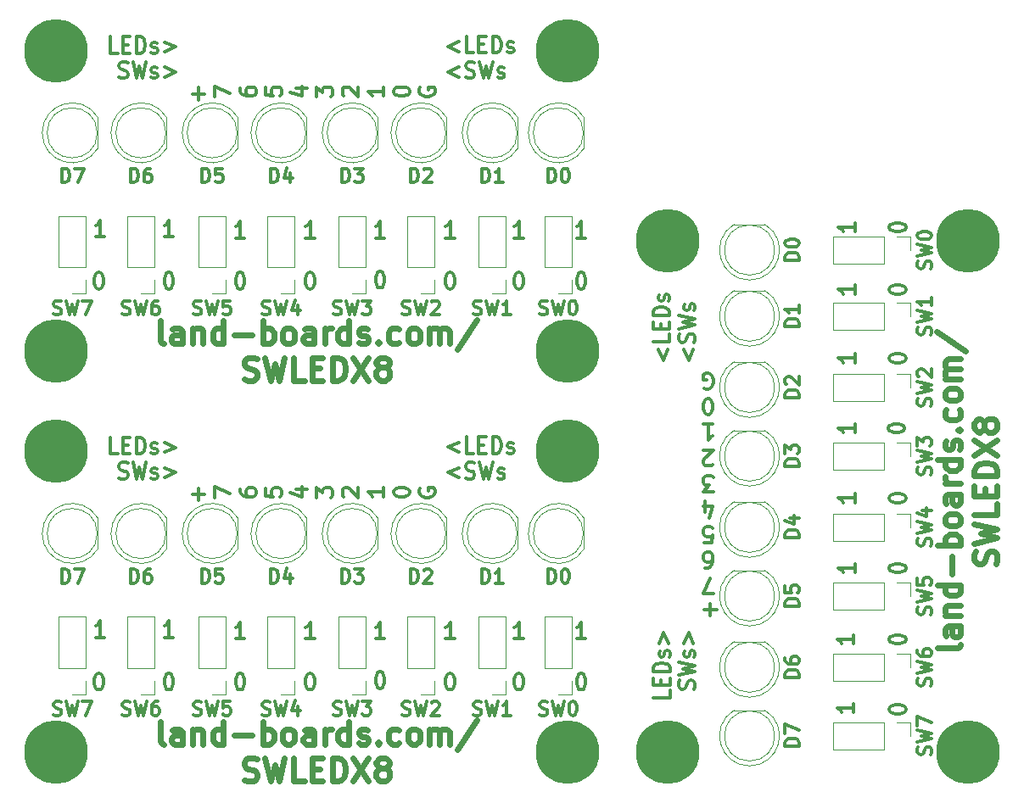
<source format=gto>
%MOIN*%
%OFA0B0*%
%FSLAX46Y46*%
%IPPOS*%
%LPD*%
%ADD10C,0.012000000000000002*%
%ADD11C,0.022500000000000003*%
%ADD12C,0.013750000000000002*%
%ADD13C,0.0047244094488188976*%
%ADD14C,0.25*%
%ADD25C,0.012000000000000002*%
%ADD26C,0.022500000000000003*%
%ADD27C,0.013750000000000002*%
%ADD28C,0.0047244094488188976*%
%ADD29C,0.25*%
%ADD30C,0.012000000000000002*%
%ADD31C,0.022500000000000003*%
%ADD32C,0.013750000000000002*%
%ADD33C,0.0047244094488188976*%
%ADD34C,0.25*%
G01*
D10*
X0002217142Y0000466658D02*
X0002222857Y0000466658D01*
X0002228571Y0000463562D01*
X0002231428Y0000460467D01*
X0002234285Y0000454277D01*
X0002237142Y0000441896D01*
X0002237142Y0000426420D01*
X0002234285Y0000414039D01*
X0002231428Y0000407848D01*
X0002228571Y0000404753D01*
X0002222857Y0000401658D01*
X0002217142Y0000401658D01*
X0002211428Y0000404753D01*
X0002208571Y0000407848D01*
X0002205714Y0000414039D01*
X0002202857Y0000426420D01*
X0002202857Y0000441896D01*
X0002205714Y0000454277D01*
X0002208571Y0000460467D01*
X0002211428Y0000463562D01*
X0002217142Y0000466658D01*
X0000347142Y0000606658D02*
X0000312857Y0000606658D01*
X0000330000Y0000606658D02*
X0000330000Y0000671658D01*
X0000324285Y0000662372D01*
X0000318571Y0000656182D01*
X0000312857Y0000653086D01*
X0000877142Y0000466658D02*
X0000882857Y0000466658D01*
X0000888571Y0000463562D01*
X0000891428Y0000460467D01*
X0000894285Y0000454277D01*
X0000897142Y0000441896D01*
X0000897142Y0000426420D01*
X0000894285Y0000414039D01*
X0000891428Y0000407848D01*
X0000888571Y0000404753D01*
X0000882857Y0000401658D01*
X0000877142Y0000401658D01*
X0000871428Y0000404753D01*
X0000868571Y0000407848D01*
X0000865714Y0000414039D01*
X0000862857Y0000426420D01*
X0000862857Y0000441896D01*
X0000865714Y0000454277D01*
X0000868571Y0000460467D01*
X0000871428Y0000463562D01*
X0000877142Y0000466658D01*
X0001447142Y0000601658D02*
X0001412857Y0000601658D01*
X0001430000Y0000601658D02*
X0001430000Y0000666658D01*
X0001424285Y0000657372D01*
X0001418571Y0000651182D01*
X0001412857Y0000648086D01*
X0001172142Y0000601658D02*
X0001137857Y0000601658D01*
X0001155000Y0000601658D02*
X0001155000Y0000666658D01*
X0001149285Y0000657372D01*
X0001143571Y0000651182D01*
X0001137857Y0000648086D01*
X0000398949Y0001328862D02*
X0000370377Y0001328862D01*
X0000370377Y0001393862D01*
X0000418949Y0001362910D02*
X0000438949Y0001362910D01*
X0000447520Y0001328862D02*
X0000418949Y0001328862D01*
X0000418949Y0001393862D01*
X0000447520Y0001393862D01*
X0000473234Y0001328862D02*
X0000473234Y0001393862D01*
X0000487520Y0001393862D01*
X0000496092Y0001390767D01*
X0000501806Y0001384577D01*
X0000504663Y0001378386D01*
X0000507520Y0001366005D01*
X0000507520Y0001356720D01*
X0000504663Y0001344339D01*
X0000501806Y0001338148D01*
X0000496092Y0001331958D01*
X0000487520Y0001328862D01*
X0000473234Y0001328862D01*
X0000530377Y0001331958D02*
X0000536092Y0001328862D01*
X0000547520Y0001328862D01*
X0000553234Y0001331958D01*
X0000556092Y0001338148D01*
X0000556092Y0001341243D01*
X0000553234Y0001347434D01*
X0000547520Y0001350529D01*
X0000538949Y0001350529D01*
X0000533234Y0001353624D01*
X0000530377Y0001359815D01*
X0000530377Y0001362910D01*
X0000533234Y0001369101D01*
X0000538949Y0001372196D01*
X0000547520Y0001372196D01*
X0000553234Y0001369101D01*
X0000581806Y0001372196D02*
X0000627520Y0001353624D01*
X0000581806Y0001335053D01*
X0000597142Y0000466658D02*
X0000602857Y0000466658D01*
X0000608571Y0000463562D01*
X0000611428Y0000460467D01*
X0000614285Y0000454277D01*
X0000617142Y0000441896D01*
X0000617142Y0000426420D01*
X0000614285Y0000414039D01*
X0000611428Y0000407848D01*
X0000608571Y0000404753D01*
X0000602857Y0000401658D01*
X0000597142Y0000401658D01*
X0000591428Y0000404753D01*
X0000588571Y0000407848D01*
X0000585714Y0000414039D01*
X0000582857Y0000426420D01*
X0000582857Y0000441896D01*
X0000585714Y0000454277D01*
X0000588571Y0000460467D01*
X0000591428Y0000463562D01*
X0000597142Y0000466658D01*
X0001741028Y0001373692D02*
X0001695314Y0001355120D01*
X0001741028Y0001336549D01*
X0001798171Y0001330359D02*
X0001769599Y0001330359D01*
X0001769599Y0001395359D01*
X0001818171Y0001364406D02*
X0001838171Y0001364406D01*
X0001846742Y0001330359D02*
X0001818171Y0001330359D01*
X0001818171Y0001395359D01*
X0001846742Y0001395359D01*
X0001872456Y0001330359D02*
X0001872456Y0001395359D01*
X0001886742Y0001395359D01*
X0001895314Y0001392263D01*
X0001901028Y0001386073D01*
X0001903885Y0001379882D01*
X0001906742Y0001367501D01*
X0001906742Y0001358216D01*
X0001903885Y0001345835D01*
X0001901028Y0001339644D01*
X0001895314Y0001333454D01*
X0001886742Y0001330359D01*
X0001872456Y0001330359D01*
X0001929599Y0001333454D02*
X0001935314Y0001330359D01*
X0001946742Y0001330359D01*
X0001952456Y0001333454D01*
X0001955314Y0001339644D01*
X0001955314Y0001342740D01*
X0001952456Y0001348930D01*
X0001946742Y0001352025D01*
X0001938171Y0001352025D01*
X0001932456Y0001355120D01*
X0001929599Y0001361311D01*
X0001929599Y0001364406D01*
X0001932456Y0001370597D01*
X0001938171Y0001373692D01*
X0001946742Y0001373692D01*
X0001952456Y0001370597D01*
X0001992142Y0000601658D02*
X0001957857Y0000601658D01*
X0001975000Y0000601658D02*
X0001975000Y0000666658D01*
X0001969285Y0000657372D01*
X0001963571Y0000651182D01*
X0001957857Y0000648086D01*
X0001722142Y0000601658D02*
X0001687857Y0000601658D01*
X0001705000Y0000601658D02*
X0001705000Y0000666658D01*
X0001699285Y0000657372D01*
X0001693571Y0000651182D01*
X0001687857Y0000648086D01*
X0000617142Y0000606658D02*
X0000582857Y0000606658D01*
X0000600000Y0000606658D02*
X0000600000Y0000671658D01*
X0000594285Y0000662372D01*
X0000588571Y0000656182D01*
X0000582857Y0000653086D01*
D11*
X0000578959Y0000187798D02*
X0000570388Y0000192084D01*
X0000566102Y0000200655D01*
X0000566102Y0000277798D01*
X0000651816Y0000187798D02*
X0000651816Y0000234941D01*
X0000647530Y0000243512D01*
X0000638959Y0000247798D01*
X0000621816Y0000247798D01*
X0000613245Y0000243512D01*
X0000651816Y0000192084D02*
X0000643245Y0000187798D01*
X0000621816Y0000187798D01*
X0000613245Y0000192084D01*
X0000608959Y0000200655D01*
X0000608959Y0000209227D01*
X0000613245Y0000217798D01*
X0000621816Y0000222084D01*
X0000643245Y0000222084D01*
X0000651816Y0000226370D01*
X0000694673Y0000247798D02*
X0000694673Y0000187798D01*
X0000694673Y0000239227D02*
X0000698959Y0000243512D01*
X0000707530Y0000247798D01*
X0000720388Y0000247798D01*
X0000728959Y0000243512D01*
X0000733245Y0000234941D01*
X0000733245Y0000187798D01*
X0000814673Y0000187798D02*
X0000814673Y0000277798D01*
X0000814673Y0000192084D02*
X0000806102Y0000187798D01*
X0000788959Y0000187798D01*
X0000780388Y0000192084D01*
X0000776102Y0000196370D01*
X0000771816Y0000204941D01*
X0000771816Y0000230655D01*
X0000776102Y0000239227D01*
X0000780388Y0000243512D01*
X0000788959Y0000247798D01*
X0000806102Y0000247798D01*
X0000814673Y0000243512D01*
X0000857530Y0000222084D02*
X0000926102Y0000222084D01*
X0000968959Y0000187798D02*
X0000968959Y0000277798D01*
X0000968959Y0000243512D02*
X0000977530Y0000247798D01*
X0000994673Y0000247798D01*
X0001003245Y0000243512D01*
X0001007530Y0000239227D01*
X0001011816Y0000230655D01*
X0001011816Y0000204941D01*
X0001007530Y0000196370D01*
X0001003245Y0000192084D01*
X0000994673Y0000187798D01*
X0000977530Y0000187798D01*
X0000968959Y0000192084D01*
X0001063245Y0000187798D02*
X0001054673Y0000192084D01*
X0001050388Y0000196370D01*
X0001046102Y0000204941D01*
X0001046102Y0000230655D01*
X0001050388Y0000239227D01*
X0001054673Y0000243512D01*
X0001063245Y0000247798D01*
X0001076102Y0000247798D01*
X0001084673Y0000243512D01*
X0001088959Y0000239227D01*
X0001093245Y0000230655D01*
X0001093245Y0000204941D01*
X0001088959Y0000196370D01*
X0001084673Y0000192084D01*
X0001076102Y0000187798D01*
X0001063245Y0000187798D01*
X0001170388Y0000187798D02*
X0001170388Y0000234941D01*
X0001166102Y0000243512D01*
X0001157530Y0000247798D01*
X0001140388Y0000247798D01*
X0001131816Y0000243512D01*
X0001170388Y0000192084D02*
X0001161816Y0000187798D01*
X0001140388Y0000187798D01*
X0001131816Y0000192084D01*
X0001127530Y0000200655D01*
X0001127530Y0000209227D01*
X0001131816Y0000217798D01*
X0001140388Y0000222084D01*
X0001161816Y0000222084D01*
X0001170388Y0000226370D01*
X0001213245Y0000187798D02*
X0001213245Y0000247798D01*
X0001213245Y0000230655D02*
X0001217530Y0000239227D01*
X0001221816Y0000243512D01*
X0001230388Y0000247798D01*
X0001238959Y0000247798D01*
X0001307530Y0000187798D02*
X0001307530Y0000277798D01*
X0001307530Y0000192084D02*
X0001298959Y0000187798D01*
X0001281816Y0000187798D01*
X0001273245Y0000192084D01*
X0001268959Y0000196370D01*
X0001264673Y0000204941D01*
X0001264673Y0000230655D01*
X0001268959Y0000239227D01*
X0001273245Y0000243512D01*
X0001281816Y0000247798D01*
X0001298959Y0000247798D01*
X0001307530Y0000243512D01*
X0001346102Y0000192084D02*
X0001354673Y0000187798D01*
X0001371816Y0000187798D01*
X0001380388Y0000192084D01*
X0001384673Y0000200655D01*
X0001384673Y0000204941D01*
X0001380388Y0000213512D01*
X0001371816Y0000217798D01*
X0001358959Y0000217798D01*
X0001350388Y0000222084D01*
X0001346102Y0000230655D01*
X0001346102Y0000234941D01*
X0001350388Y0000243512D01*
X0001358959Y0000247798D01*
X0001371816Y0000247798D01*
X0001380388Y0000243512D01*
X0001423245Y0000196370D02*
X0001427530Y0000192084D01*
X0001423245Y0000187798D01*
X0001418959Y0000192084D01*
X0001423245Y0000196370D01*
X0001423245Y0000187798D01*
X0001504673Y0000192084D02*
X0001496102Y0000187798D01*
X0001478959Y0000187798D01*
X0001470388Y0000192084D01*
X0001466102Y0000196370D01*
X0001461816Y0000204941D01*
X0001461816Y0000230655D01*
X0001466102Y0000239227D01*
X0001470388Y0000243512D01*
X0001478959Y0000247798D01*
X0001496102Y0000247798D01*
X0001504673Y0000243512D01*
X0001556102Y0000187798D02*
X0001547530Y0000192084D01*
X0001543245Y0000196370D01*
X0001538959Y0000204941D01*
X0001538959Y0000230655D01*
X0001543245Y0000239227D01*
X0001547530Y0000243512D01*
X0001556102Y0000247798D01*
X0001568959Y0000247798D01*
X0001577530Y0000243512D01*
X0001581816Y0000239227D01*
X0001586102Y0000230655D01*
X0001586102Y0000204941D01*
X0001581816Y0000196370D01*
X0001577530Y0000192084D01*
X0001568959Y0000187798D01*
X0001556102Y0000187798D01*
X0001624673Y0000187798D02*
X0001624673Y0000247798D01*
X0001624673Y0000239227D02*
X0001628959Y0000243512D01*
X0001637530Y0000247798D01*
X0001650388Y0000247798D01*
X0001658959Y0000243512D01*
X0001663245Y0000234941D01*
X0001663245Y0000187798D01*
X0001663245Y0000234941D02*
X0001667530Y0000243512D01*
X0001676102Y0000247798D01*
X0001688959Y0000247798D01*
X0001697530Y0000243512D01*
X0001701816Y0000234941D01*
X0001701816Y0000187798D01*
X0001808959Y0000282084D02*
X0001731816Y0000166370D01*
X0000896102Y0000047184D02*
X0000908959Y0000042898D01*
X0000930388Y0000042898D01*
X0000938959Y0000047184D01*
X0000943245Y0000051470D01*
X0000947530Y0000060041D01*
X0000947530Y0000068612D01*
X0000943245Y0000077184D01*
X0000938959Y0000081470D01*
X0000930388Y0000085755D01*
X0000913245Y0000090041D01*
X0000904673Y0000094327D01*
X0000900388Y0000098612D01*
X0000896102Y0000107184D01*
X0000896102Y0000115755D01*
X0000900388Y0000124327D01*
X0000904673Y0000128612D01*
X0000913245Y0000132898D01*
X0000934673Y0000132898D01*
X0000947530Y0000128612D01*
X0000977530Y0000132898D02*
X0000998959Y0000042898D01*
X0001016102Y0000107184D01*
X0001033245Y0000042898D01*
X0001054673Y0000132898D01*
X0001131816Y0000042898D02*
X0001088959Y0000042898D01*
X0001088959Y0000132898D01*
X0001161816Y0000090041D02*
X0001191816Y0000090041D01*
X0001204673Y0000042898D02*
X0001161816Y0000042898D01*
X0001161816Y0000132898D01*
X0001204673Y0000132898D01*
X0001243245Y0000042898D02*
X0001243245Y0000132898D01*
X0001264673Y0000132898D01*
X0001277530Y0000128612D01*
X0001286102Y0000120041D01*
X0001290388Y0000111470D01*
X0001294673Y0000094327D01*
X0001294673Y0000081470D01*
X0001290388Y0000064327D01*
X0001286102Y0000055755D01*
X0001277530Y0000047184D01*
X0001264673Y0000042898D01*
X0001243245Y0000042898D01*
X0001324673Y0000132898D02*
X0001384673Y0000042898D01*
X0001384673Y0000132898D02*
X0001324673Y0000042898D01*
X0001431816Y0000094327D02*
X0001423245Y0000098612D01*
X0001418959Y0000102898D01*
X0001414673Y0000111470D01*
X0001414673Y0000115755D01*
X0001418959Y0000124327D01*
X0001423245Y0000128612D01*
X0001431816Y0000132898D01*
X0001448959Y0000132898D01*
X0001457530Y0000128612D01*
X0001461816Y0000124327D01*
X0001466102Y0000115755D01*
X0001466102Y0000111470D01*
X0001461816Y0000102898D01*
X0001457530Y0000098612D01*
X0001448959Y0000094327D01*
X0001431816Y0000094327D01*
X0001423245Y0000090041D01*
X0001418959Y0000085755D01*
X0001414673Y0000077184D01*
X0001414673Y0000060041D01*
X0001418959Y0000051470D01*
X0001423245Y0000047184D01*
X0001431816Y0000042898D01*
X0001448959Y0000042898D01*
X0001457530Y0000047184D01*
X0001461816Y0000051470D01*
X0001466102Y0000060041D01*
X0001466102Y0000077184D01*
X0001461816Y0000085755D01*
X0001457530Y0000090041D01*
X0001448959Y0000094327D01*
D10*
X0001741028Y0001273692D02*
X0001695314Y0001255120D01*
X0001741028Y0001236549D01*
X0001766742Y0001233454D02*
X0001775314Y0001230359D01*
X0001789599Y0001230359D01*
X0001795314Y0001233454D01*
X0001798171Y0001236549D01*
X0001801028Y0001242740D01*
X0001801028Y0001248930D01*
X0001798171Y0001255120D01*
X0001795314Y0001258216D01*
X0001789599Y0001261311D01*
X0001778171Y0001264406D01*
X0001772456Y0001267501D01*
X0001769599Y0001270597D01*
X0001766742Y0001276787D01*
X0001766742Y0001282978D01*
X0001769599Y0001289168D01*
X0001772456Y0001292263D01*
X0001778171Y0001295359D01*
X0001792456Y0001295359D01*
X0001801028Y0001292263D01*
X0001821028Y0001295359D02*
X0001835314Y0001230359D01*
X0001846742Y0001276787D01*
X0001858171Y0001230359D01*
X0001872456Y0001295359D01*
X0001892456Y0001233454D02*
X0001898171Y0001230359D01*
X0001909599Y0001230359D01*
X0001915314Y0001233454D01*
X0001918171Y0001239644D01*
X0001918171Y0001242740D01*
X0001915314Y0001248930D01*
X0001909599Y0001252025D01*
X0001901028Y0001252025D01*
X0001895314Y0001255120D01*
X0001892456Y0001261311D01*
X0001892456Y0001264406D01*
X0001895314Y0001270597D01*
X0001901028Y0001273692D01*
X0001909599Y0001273692D01*
X0001915314Y0001270597D01*
X0000404663Y0001233533D02*
X0000413234Y0001230437D01*
X0000427520Y0001230437D01*
X0000433234Y0001233533D01*
X0000436092Y0001236628D01*
X0000438949Y0001242818D01*
X0000438949Y0001249009D01*
X0000436092Y0001255199D01*
X0000433234Y0001258294D01*
X0000427520Y0001261390D01*
X0000416092Y0001264485D01*
X0000410377Y0001267580D01*
X0000407520Y0001270675D01*
X0000404663Y0001276866D01*
X0000404663Y0001283056D01*
X0000407520Y0001289247D01*
X0000410377Y0001292342D01*
X0000416092Y0001295437D01*
X0000430377Y0001295437D01*
X0000438949Y0001292342D01*
X0000458949Y0001295437D02*
X0000473234Y0001230437D01*
X0000484663Y0001276866D01*
X0000496092Y0001230437D01*
X0000510377Y0001295437D01*
X0000530377Y0001233533D02*
X0000536092Y0001230437D01*
X0000547520Y0001230437D01*
X0000553234Y0001233533D01*
X0000556092Y0001239723D01*
X0000556092Y0001242818D01*
X0000553234Y0001249009D01*
X0000547520Y0001252104D01*
X0000538949Y0001252104D01*
X0000533234Y0001255199D01*
X0000530377Y0001261390D01*
X0000530377Y0001264485D01*
X0000533234Y0001270675D01*
X0000538949Y0001273771D01*
X0000547520Y0001273771D01*
X0000553234Y0001270675D01*
X0000581806Y0001273771D02*
X0000627520Y0001255199D01*
X0000581806Y0001236628D01*
X0000322142Y0000466658D02*
X0000327857Y0000466658D01*
X0000333571Y0000463562D01*
X0000336428Y0000460467D01*
X0000339285Y0000454277D01*
X0000342142Y0000441896D01*
X0000342142Y0000426420D01*
X0000339285Y0000414039D01*
X0000336428Y0000407848D01*
X0000333571Y0000404753D01*
X0000327857Y0000401658D01*
X0000322142Y0000401658D01*
X0000316428Y0000404753D01*
X0000313571Y0000407848D01*
X0000310714Y0000414039D01*
X0000307857Y0000426420D01*
X0000307857Y0000441896D01*
X0000310714Y0000454277D01*
X0000313571Y0000460467D01*
X0000316428Y0000463562D01*
X0000322142Y0000466658D01*
X0002237142Y0000601658D02*
X0002202857Y0000601658D01*
X0002220000Y0000601658D02*
X0002220000Y0000666658D01*
X0002214285Y0000657372D01*
X0002208571Y0000651182D01*
X0002202857Y0000648086D01*
X0000716651Y0001145762D02*
X0000716651Y0001193382D01*
X0000740461Y0001169572D02*
X0000692842Y0001169572D01*
X0000778586Y0001157667D02*
X0000778586Y0001199334D01*
X0000841086Y0001172548D01*
X0000879211Y0001190405D02*
X0000879211Y0001178501D01*
X0000882187Y0001172548D01*
X0000885163Y0001169572D01*
X0000894092Y0001163620D01*
X0000905997Y0001160643D01*
X0000929806Y0001160643D01*
X0000935758Y0001163620D01*
X0000938735Y0001166596D01*
X0000941711Y0001172548D01*
X0000941711Y0001184453D01*
X0000938735Y0001190405D01*
X0000935758Y0001193382D01*
X0000929806Y0001196358D01*
X0000914925Y0001196358D01*
X0000908973Y0001193382D01*
X0000905997Y0001190405D01*
X0000903020Y0001184453D01*
X0000903020Y0001172548D01*
X0000905997Y0001166596D01*
X0000908973Y0001163620D01*
X0000914925Y0001160643D01*
X0000979836Y0001193382D02*
X0000979836Y0001163620D01*
X0001009598Y0001160643D01*
X0001006622Y0001163620D01*
X0001003645Y0001169572D01*
X0001003645Y0001184453D01*
X0001006622Y0001190405D01*
X0001009598Y0001193382D01*
X0001015550Y0001196358D01*
X0001030431Y0001196358D01*
X0001036383Y0001193382D01*
X0001039360Y0001190405D01*
X0001042336Y0001184453D01*
X0001042336Y0001169572D01*
X0001039360Y0001163620D01*
X0001036383Y0001160643D01*
X0001101294Y0001190405D02*
X0001142961Y0001190405D01*
X0001077485Y0001175524D02*
X0001122127Y0001160643D01*
X0001122127Y0001199334D01*
X0001181086Y0001157667D02*
X0001181086Y0001196358D01*
X0001204895Y0001175524D01*
X0001204895Y0001184453D01*
X0001207872Y0001190405D01*
X0001210848Y0001193382D01*
X0001216800Y0001196358D01*
X0001231681Y0001196358D01*
X0001237633Y0001193382D01*
X0001240610Y0001190405D01*
X0001243586Y0001184453D01*
X0001243586Y0001166596D01*
X0001240610Y0001160643D01*
X0001237633Y0001157667D01*
X0001287663Y0001160643D02*
X0001284687Y0001163620D01*
X0001281711Y0001169572D01*
X0001281711Y0001184453D01*
X0001284687Y0001190405D01*
X0001287663Y0001193382D01*
X0001293616Y0001196358D01*
X0001299568Y0001196358D01*
X0001308497Y0001193382D01*
X0001344211Y0001157667D01*
X0001344211Y0001196358D01*
X0001444836Y0001196358D02*
X0001444836Y0001160643D01*
X0001444836Y0001178501D02*
X0001382336Y0001178501D01*
X0001391264Y0001172548D01*
X0001397217Y0001166596D01*
X0001400193Y0001160643D01*
X0001482961Y0001175524D02*
X0001482961Y0001181477D01*
X0001485937Y0001187429D01*
X0001488913Y0001190405D01*
X0001494866Y0001193382D01*
X0001506770Y0001196358D01*
X0001521651Y0001196358D01*
X0001533556Y0001193382D01*
X0001539508Y0001190405D01*
X0001542485Y0001187429D01*
X0001545461Y0001181477D01*
X0001545461Y0001175524D01*
X0001542485Y0001169572D01*
X0001539508Y0001166596D01*
X0001533556Y0001163620D01*
X0001521651Y0001160643D01*
X0001506770Y0001160643D01*
X0001494866Y0001163620D01*
X0001488913Y0001166596D01*
X0001485937Y0001169572D01*
X0001482961Y0001175524D01*
X0001586562Y0001193382D02*
X0001583586Y0001187429D01*
X0001583586Y0001178501D01*
X0001586562Y0001169572D01*
X0001592514Y0001163620D01*
X0001598467Y0001160643D01*
X0001610372Y0001157667D01*
X0001619300Y0001157667D01*
X0001631205Y0001160643D01*
X0001637157Y0001163620D01*
X0001643110Y0001169572D01*
X0001646086Y0001178501D01*
X0001646086Y0001184453D01*
X0001643110Y0001193382D01*
X0001640133Y0001196358D01*
X0001619300Y0001196358D01*
X0001619300Y0001184453D01*
X0000897142Y0000601658D02*
X0000862857Y0000601658D01*
X0000880000Y0000601658D02*
X0000880000Y0000666658D01*
X0000874285Y0000657372D01*
X0000868571Y0000651182D01*
X0000862857Y0000648086D01*
X0001427142Y0000471658D02*
X0001432857Y0000471658D01*
X0001438571Y0000468562D01*
X0001441428Y0000465467D01*
X0001444285Y0000459277D01*
X0001447142Y0000446896D01*
X0001447142Y0000431420D01*
X0001444285Y0000419039D01*
X0001441428Y0000412848D01*
X0001438571Y0000409753D01*
X0001432857Y0000406658D01*
X0001427142Y0000406658D01*
X0001421428Y0000409753D01*
X0001418571Y0000412848D01*
X0001415714Y0000419039D01*
X0001412857Y0000431420D01*
X0001412857Y0000446896D01*
X0001415714Y0000459277D01*
X0001418571Y0000465467D01*
X0001421428Y0000468562D01*
X0001427142Y0000471658D01*
X0001152142Y0000466658D02*
X0001157857Y0000466658D01*
X0001163571Y0000463562D01*
X0001166428Y0000460467D01*
X0001169285Y0000454277D01*
X0001172142Y0000441896D01*
X0001172142Y0000426420D01*
X0001169285Y0000414039D01*
X0001166428Y0000407848D01*
X0001163571Y0000404753D01*
X0001157857Y0000401658D01*
X0001152142Y0000401658D01*
X0001146428Y0000404753D01*
X0001143571Y0000407848D01*
X0001140714Y0000414039D01*
X0001137857Y0000426420D01*
X0001137857Y0000441896D01*
X0001140714Y0000454277D01*
X0001143571Y0000460467D01*
X0001146428Y0000463562D01*
X0001152142Y0000466658D01*
X0001702142Y0000466658D02*
X0001707857Y0000466658D01*
X0001713571Y0000463562D01*
X0001716428Y0000460467D01*
X0001719285Y0000454277D01*
X0001722142Y0000441896D01*
X0001722142Y0000426420D01*
X0001719285Y0000414039D01*
X0001716428Y0000407848D01*
X0001713571Y0000404753D01*
X0001707857Y0000401658D01*
X0001702142Y0000401658D01*
X0001696428Y0000404753D01*
X0001693571Y0000407848D01*
X0001690714Y0000414039D01*
X0001687857Y0000426420D01*
X0001687857Y0000441896D01*
X0001690714Y0000454277D01*
X0001693571Y0000460467D01*
X0001696428Y0000463562D01*
X0001702142Y0000466658D01*
X0001972142Y0000466658D02*
X0001977857Y0000466658D01*
X0001983571Y0000463562D01*
X0001986428Y0000460467D01*
X0001989285Y0000454277D01*
X0001992142Y0000441896D01*
X0001992142Y0000426420D01*
X0001989285Y0000414039D01*
X0001986428Y0000407848D01*
X0001983571Y0000404753D01*
X0001977857Y0000401658D01*
X0001972142Y0000401658D01*
X0001966428Y0000404753D01*
X0001963571Y0000407848D01*
X0001960714Y0000414039D01*
X0001957857Y0000426420D01*
X0001957857Y0000441896D01*
X0001960714Y0000454277D01*
X0001963571Y0000460467D01*
X0001966428Y0000463562D01*
X0001972142Y0000466658D01*
D12*
X0002089404Y0000821182D02*
X0002089404Y0000876182D01*
X0002102500Y0000876182D01*
X0002110357Y0000873562D01*
X0002115595Y0000868324D01*
X0002118214Y0000863086D01*
X0002120833Y0000852610D01*
X0002120833Y0000844753D01*
X0002118214Y0000834277D01*
X0002115595Y0000829039D01*
X0002110357Y0000823801D01*
X0002102500Y0000821182D01*
X0002089404Y0000821182D01*
X0002154880Y0000876182D02*
X0002160119Y0000876182D01*
X0002165357Y0000873562D01*
X0002167976Y0000870943D01*
X0002170595Y0000865705D01*
X0002173214Y0000855229D01*
X0002173214Y0000842134D01*
X0002170595Y0000831658D01*
X0002167976Y0000826420D01*
X0002165357Y0000823801D01*
X0002160119Y0000821182D01*
X0002154880Y0000821182D01*
X0002149642Y0000823801D01*
X0002147023Y0000826420D01*
X0002144404Y0000831658D01*
X0002141785Y0000842134D01*
X0002141785Y0000855229D01*
X0002144404Y0000865705D01*
X0002147023Y0000870943D01*
X0002149642Y0000873562D01*
X0002154880Y0000876182D01*
X0001829404Y0000821182D02*
X0001829404Y0000876182D01*
X0001842500Y0000876182D01*
X0001850357Y0000873562D01*
X0001855595Y0000868324D01*
X0001858214Y0000863086D01*
X0001860833Y0000852610D01*
X0001860833Y0000844753D01*
X0001858214Y0000834277D01*
X0001855595Y0000829039D01*
X0001850357Y0000823801D01*
X0001842500Y0000821182D01*
X0001829404Y0000821182D01*
X0001913214Y0000821182D02*
X0001881785Y0000821182D01*
X0001897500Y0000821182D02*
X0001897500Y0000876182D01*
X0001892261Y0000868324D01*
X0001887023Y0000863086D01*
X0001881785Y0000860467D01*
X0001549404Y0000821182D02*
X0001549404Y0000876182D01*
X0001562500Y0000876182D01*
X0001570357Y0000873562D01*
X0001575595Y0000868324D01*
X0001578214Y0000863086D01*
X0001580833Y0000852610D01*
X0001580833Y0000844753D01*
X0001578214Y0000834277D01*
X0001575595Y0000829039D01*
X0001570357Y0000823801D01*
X0001562500Y0000821182D01*
X0001549404Y0000821182D01*
X0001601785Y0000870943D02*
X0001604404Y0000873562D01*
X0001609642Y0000876182D01*
X0001622738Y0000876182D01*
X0001627976Y0000873562D01*
X0001630595Y0000870943D01*
X0001633214Y0000865705D01*
X0001633214Y0000860467D01*
X0001630595Y0000852610D01*
X0001599166Y0000821182D01*
X0001633214Y0000821182D01*
X0001279404Y0000821182D02*
X0001279404Y0000876182D01*
X0001292500Y0000876182D01*
X0001300357Y0000873562D01*
X0001305595Y0000868324D01*
X0001308214Y0000863086D01*
X0001310833Y0000852610D01*
X0001310833Y0000844753D01*
X0001308214Y0000834277D01*
X0001305595Y0000829039D01*
X0001300357Y0000823801D01*
X0001292500Y0000821182D01*
X0001279404Y0000821182D01*
X0001329166Y0000876182D02*
X0001363214Y0000876182D01*
X0001344880Y0000855229D01*
X0001352738Y0000855229D01*
X0001357976Y0000852610D01*
X0001360595Y0000849991D01*
X0001363214Y0000844753D01*
X0001363214Y0000831658D01*
X0001360595Y0000826420D01*
X0001357976Y0000823801D01*
X0001352738Y0000821182D01*
X0001337023Y0000821182D01*
X0001331785Y0000823801D01*
X0001329166Y0000826420D01*
X0000999404Y0000821182D02*
X0000999404Y0000876182D01*
X0001012500Y0000876182D01*
X0001020357Y0000873562D01*
X0001025595Y0000868324D01*
X0001028214Y0000863086D01*
X0001030833Y0000852610D01*
X0001030833Y0000844753D01*
X0001028214Y0000834277D01*
X0001025595Y0000829039D01*
X0001020357Y0000823801D01*
X0001012500Y0000821182D01*
X0000999404Y0000821182D01*
X0001077976Y0000857848D02*
X0001077976Y0000821182D01*
X0001064880Y0000878801D02*
X0001051785Y0000839515D01*
X0001085833Y0000839515D01*
X0000729404Y0000821182D02*
X0000729404Y0000876182D01*
X0000742500Y0000876182D01*
X0000750357Y0000873562D01*
X0000755595Y0000868324D01*
X0000758214Y0000863086D01*
X0000760833Y0000852610D01*
X0000760833Y0000844753D01*
X0000758214Y0000834277D01*
X0000755595Y0000829039D01*
X0000750357Y0000823801D01*
X0000742500Y0000821182D01*
X0000729404Y0000821182D01*
X0000810595Y0000876182D02*
X0000784404Y0000876182D01*
X0000781785Y0000849991D01*
X0000784404Y0000852610D01*
X0000789642Y0000855229D01*
X0000802738Y0000855229D01*
X0000807976Y0000852610D01*
X0000810595Y0000849991D01*
X0000813214Y0000844753D01*
X0000813214Y0000831658D01*
X0000810595Y0000826420D01*
X0000807976Y0000823801D01*
X0000802738Y0000821182D01*
X0000789642Y0000821182D01*
X0000784404Y0000823801D01*
X0000781785Y0000826420D01*
X0000449404Y0000821182D02*
X0000449404Y0000876182D01*
X0000462500Y0000876182D01*
X0000470357Y0000873562D01*
X0000475595Y0000868324D01*
X0000478214Y0000863086D01*
X0000480833Y0000852610D01*
X0000480833Y0000844753D01*
X0000478214Y0000834277D01*
X0000475595Y0000829039D01*
X0000470357Y0000823801D01*
X0000462500Y0000821182D01*
X0000449404Y0000821182D01*
X0000527976Y0000876182D02*
X0000517500Y0000876182D01*
X0000512261Y0000873562D01*
X0000509642Y0000870943D01*
X0000504404Y0000863086D01*
X0000501785Y0000852610D01*
X0000501785Y0000831658D01*
X0000504404Y0000826420D01*
X0000507023Y0000823801D01*
X0000512261Y0000821182D01*
X0000522738Y0000821182D01*
X0000527976Y0000823801D01*
X0000530595Y0000826420D01*
X0000533214Y0000831658D01*
X0000533214Y0000844753D01*
X0000530595Y0000849991D01*
X0000527976Y0000852610D01*
X0000522738Y0000855229D01*
X0000512261Y0000855229D01*
X0000507023Y0000852610D01*
X0000504404Y0000849991D01*
X0000501785Y0000844753D01*
X0002056666Y0000303801D02*
X0002064523Y0000301182D01*
X0002077619Y0000301182D01*
X0002082857Y0000303801D01*
X0002085476Y0000306420D01*
X0002088095Y0000311658D01*
X0002088095Y0000316896D01*
X0002085476Y0000322134D01*
X0002082857Y0000324753D01*
X0002077619Y0000327372D01*
X0002067142Y0000329991D01*
X0002061904Y0000332610D01*
X0002059285Y0000335229D01*
X0002056666Y0000340467D01*
X0002056666Y0000345705D01*
X0002059285Y0000350943D01*
X0002061904Y0000353562D01*
X0002067142Y0000356182D01*
X0002080238Y0000356182D01*
X0002088095Y0000353562D01*
X0002106428Y0000356182D02*
X0002119523Y0000301182D01*
X0002130000Y0000340467D01*
X0002140476Y0000301182D01*
X0002153571Y0000356182D01*
X0002185000Y0000356182D02*
X0002190238Y0000356182D01*
X0002195476Y0000353562D01*
X0002198095Y0000350943D01*
X0002200714Y0000345705D01*
X0002203333Y0000335229D01*
X0002203333Y0000322134D01*
X0002200714Y0000311658D01*
X0002198095Y0000306420D01*
X0002195476Y0000303801D01*
X0002190238Y0000301182D01*
X0002185000Y0000301182D01*
X0002179761Y0000303801D01*
X0002177142Y0000306420D01*
X0002174523Y0000311658D01*
X0002171904Y0000322134D01*
X0002171904Y0000335229D01*
X0002174523Y0000345705D01*
X0002177142Y0000350943D01*
X0002179761Y0000353562D01*
X0002185000Y0000356182D01*
X0001796666Y0000303801D02*
X0001804523Y0000301182D01*
X0001817619Y0000301182D01*
X0001822857Y0000303801D01*
X0001825476Y0000306420D01*
X0001828095Y0000311658D01*
X0001828095Y0000316896D01*
X0001825476Y0000322134D01*
X0001822857Y0000324753D01*
X0001817619Y0000327372D01*
X0001807142Y0000329991D01*
X0001801904Y0000332610D01*
X0001799285Y0000335229D01*
X0001796666Y0000340467D01*
X0001796666Y0000345705D01*
X0001799285Y0000350943D01*
X0001801904Y0000353562D01*
X0001807142Y0000356182D01*
X0001820238Y0000356182D01*
X0001828095Y0000353562D01*
X0001846428Y0000356182D02*
X0001859523Y0000301182D01*
X0001870000Y0000340467D01*
X0001880476Y0000301182D01*
X0001893571Y0000356182D01*
X0001943333Y0000301182D02*
X0001911904Y0000301182D01*
X0001927619Y0000301182D02*
X0001927619Y0000356182D01*
X0001922380Y0000348324D01*
X0001917142Y0000343086D01*
X0001911904Y0000340467D01*
X0001516666Y0000303801D02*
X0001524523Y0000301182D01*
X0001537619Y0000301182D01*
X0001542857Y0000303801D01*
X0001545476Y0000306420D01*
X0001548095Y0000311658D01*
X0001548095Y0000316896D01*
X0001545476Y0000322134D01*
X0001542857Y0000324753D01*
X0001537619Y0000327372D01*
X0001527142Y0000329991D01*
X0001521904Y0000332610D01*
X0001519285Y0000335229D01*
X0001516666Y0000340467D01*
X0001516666Y0000345705D01*
X0001519285Y0000350943D01*
X0001521904Y0000353562D01*
X0001527142Y0000356182D01*
X0001540238Y0000356182D01*
X0001548095Y0000353562D01*
X0001566428Y0000356182D02*
X0001579523Y0000301182D01*
X0001590000Y0000340467D01*
X0001600476Y0000301182D01*
X0001613571Y0000356182D01*
X0001631904Y0000350943D02*
X0001634523Y0000353562D01*
X0001639761Y0000356182D01*
X0001652857Y0000356182D01*
X0001658095Y0000353562D01*
X0001660714Y0000350943D01*
X0001663333Y0000345705D01*
X0001663333Y0000340467D01*
X0001660714Y0000332610D01*
X0001629285Y0000301182D01*
X0001663333Y0000301182D01*
X0001246666Y0000303801D02*
X0001254523Y0000301182D01*
X0001267618Y0000301182D01*
X0001272857Y0000303801D01*
X0001275476Y0000306420D01*
X0001278095Y0000311658D01*
X0001278095Y0000316896D01*
X0001275476Y0000322134D01*
X0001272857Y0000324753D01*
X0001267618Y0000327372D01*
X0001257142Y0000329991D01*
X0001251904Y0000332610D01*
X0001249285Y0000335229D01*
X0001246666Y0000340467D01*
X0001246666Y0000345705D01*
X0001249285Y0000350943D01*
X0001251904Y0000353562D01*
X0001257142Y0000356182D01*
X0001270238Y0000356182D01*
X0001278095Y0000353562D01*
X0001296428Y0000356182D02*
X0001309523Y0000301182D01*
X0001320000Y0000340467D01*
X0001330476Y0000301182D01*
X0001343571Y0000356182D01*
X0001359285Y0000356182D02*
X0001393333Y0000356182D01*
X0001375000Y0000335229D01*
X0001382857Y0000335229D01*
X0001388095Y0000332610D01*
X0001390714Y0000329991D01*
X0001393333Y0000324753D01*
X0001393333Y0000311658D01*
X0001390714Y0000306420D01*
X0001388095Y0000303801D01*
X0001382857Y0000301182D01*
X0001367142Y0000301182D01*
X0001361904Y0000303801D01*
X0001359285Y0000306420D01*
X0000966666Y0000303801D02*
X0000974523Y0000301182D01*
X0000987619Y0000301182D01*
X0000992857Y0000303801D01*
X0000995476Y0000306420D01*
X0000998095Y0000311658D01*
X0000998095Y0000316896D01*
X0000995476Y0000322134D01*
X0000992857Y0000324753D01*
X0000987619Y0000327372D01*
X0000977142Y0000329991D01*
X0000971904Y0000332610D01*
X0000969285Y0000335229D01*
X0000966666Y0000340467D01*
X0000966666Y0000345705D01*
X0000969285Y0000350943D01*
X0000971904Y0000353562D01*
X0000977142Y0000356182D01*
X0000990238Y0000356182D01*
X0000998095Y0000353562D01*
X0001016428Y0000356182D02*
X0001029523Y0000301182D01*
X0001040000Y0000340467D01*
X0001050476Y0000301182D01*
X0001063571Y0000356182D01*
X0001108095Y0000337848D02*
X0001108095Y0000301182D01*
X0001095000Y0000358801D02*
X0001081904Y0000319515D01*
X0001115952Y0000319515D01*
X0000696666Y0000303801D02*
X0000704523Y0000301182D01*
X0000717619Y0000301182D01*
X0000722857Y0000303801D01*
X0000725476Y0000306420D01*
X0000728095Y0000311658D01*
X0000728095Y0000316896D01*
X0000725476Y0000322134D01*
X0000722857Y0000324753D01*
X0000717619Y0000327372D01*
X0000707142Y0000329991D01*
X0000701904Y0000332610D01*
X0000699285Y0000335229D01*
X0000696666Y0000340467D01*
X0000696666Y0000345705D01*
X0000699285Y0000350943D01*
X0000701904Y0000353562D01*
X0000707142Y0000356182D01*
X0000720238Y0000356182D01*
X0000728095Y0000353562D01*
X0000746428Y0000356182D02*
X0000759523Y0000301182D01*
X0000770000Y0000340467D01*
X0000780476Y0000301182D01*
X0000793571Y0000356182D01*
X0000840714Y0000356182D02*
X0000814523Y0000356182D01*
X0000811904Y0000329991D01*
X0000814523Y0000332610D01*
X0000819761Y0000335229D01*
X0000832857Y0000335229D01*
X0000838095Y0000332610D01*
X0000840714Y0000329991D01*
X0000843333Y0000324753D01*
X0000843333Y0000311658D01*
X0000840714Y0000306420D01*
X0000838095Y0000303801D01*
X0000832857Y0000301182D01*
X0000819761Y0000301182D01*
X0000814523Y0000303801D01*
X0000811904Y0000306420D01*
X0000416666Y0000303801D02*
X0000424523Y0000301182D01*
X0000437619Y0000301182D01*
X0000442857Y0000303801D01*
X0000445476Y0000306420D01*
X0000448095Y0000311658D01*
X0000448095Y0000316896D01*
X0000445476Y0000322134D01*
X0000442857Y0000324753D01*
X0000437619Y0000327372D01*
X0000427142Y0000329991D01*
X0000421904Y0000332610D01*
X0000419285Y0000335229D01*
X0000416666Y0000340467D01*
X0000416666Y0000345705D01*
X0000419285Y0000350943D01*
X0000421904Y0000353562D01*
X0000427142Y0000356182D01*
X0000440238Y0000356182D01*
X0000448095Y0000353562D01*
X0000466428Y0000356182D02*
X0000479523Y0000301182D01*
X0000490000Y0000340467D01*
X0000500476Y0000301182D01*
X0000513571Y0000356182D01*
X0000558095Y0000356182D02*
X0000547619Y0000356182D01*
X0000542380Y0000353562D01*
X0000539761Y0000350943D01*
X0000534523Y0000343086D01*
X0000531904Y0000332610D01*
X0000531904Y0000311658D01*
X0000534523Y0000306420D01*
X0000537142Y0000303801D01*
X0000542380Y0000301182D01*
X0000552857Y0000301182D01*
X0000558095Y0000303801D01*
X0000560714Y0000306420D01*
X0000563333Y0000311658D01*
X0000563333Y0000324753D01*
X0000560714Y0000329991D01*
X0000558095Y0000332610D01*
X0000552857Y0000335229D01*
X0000542380Y0000335229D01*
X0000537142Y0000332610D01*
X0000534523Y0000329991D01*
X0000531904Y0000324753D01*
X0000146666Y0000303801D02*
X0000154523Y0000301182D01*
X0000167619Y0000301182D01*
X0000172857Y0000303801D01*
X0000175476Y0000306420D01*
X0000178095Y0000311658D01*
X0000178095Y0000316896D01*
X0000175476Y0000322134D01*
X0000172857Y0000324753D01*
X0000167619Y0000327372D01*
X0000157142Y0000329991D01*
X0000151904Y0000332610D01*
X0000149285Y0000335229D01*
X0000146666Y0000340467D01*
X0000146666Y0000345705D01*
X0000149285Y0000350943D01*
X0000151904Y0000353562D01*
X0000157142Y0000356182D01*
X0000170238Y0000356182D01*
X0000178095Y0000353562D01*
X0000196428Y0000356182D02*
X0000209523Y0000301182D01*
X0000220000Y0000340467D01*
X0000230476Y0000301182D01*
X0000243571Y0000356182D01*
X0000259285Y0000356182D02*
X0000295952Y0000356182D01*
X0000272380Y0000301182D01*
X0000179404Y0000821182D02*
X0000179404Y0000876182D01*
X0000192500Y0000876182D01*
X0000200357Y0000873562D01*
X0000205595Y0000868324D01*
X0000208214Y0000863086D01*
X0000210833Y0000852610D01*
X0000210833Y0000844753D01*
X0000208214Y0000834277D01*
X0000205595Y0000829039D01*
X0000200357Y0000823801D01*
X0000192500Y0000821182D01*
X0000179404Y0000821182D01*
X0000229166Y0000876182D02*
X0000265833Y0000876182D01*
X0000242261Y0000821182D01*
D13*
X0002230984Y0000955236D02*
X0002230984Y0001076889D01*
X0002012480Y0001016081D02*
G75*
G03*
X0002230984Y0000955242I0000117716J-0000000018D01*
G01*
X0002230984Y0001076883D02*
G75*
G03*
X0002012480Y0001016044I-0000100787J-0000060820D01*
G01*
X0002228622Y0001016062D02*
G75*
G03*
X0002228622Y0001016062I-0000098425D01*
G01*
X0001970984Y0000955236D02*
X0001970984Y0001076889D01*
X0001970984Y0001076883D02*
G75*
G03*
X0001752480Y0001016044I-0000100787J-0000060820D01*
G01*
X0001752480Y0001016081D02*
G75*
G03*
X0001970984Y0000955242I0000117716J-0000000018D01*
G01*
X0001968622Y0001016062D02*
G75*
G03*
X0001968622Y0001016062I-0000098425D01*
G01*
X0001690984Y0000955236D02*
X0001690984Y0001076889D01*
X0001690984Y0001076883D02*
G75*
G03*
X0001472480Y0001016044I-0000100787J-0000060820D01*
G01*
X0001472480Y0001016081D02*
G75*
G03*
X0001690984Y0000955242I0000117716J-0000000018D01*
G01*
X0001688622Y0001016062D02*
G75*
G03*
X0001688622Y0001016062I-0000098425D01*
G01*
X0001420984Y0000955236D02*
X0001420984Y0001076889D01*
X0001202480Y0001016081D02*
G75*
G03*
X0001420984Y0000955242I0000117716J-0000000018D01*
G01*
X0001420984Y0001076883D02*
G75*
G03*
X0001202480Y0001016044I-0000100787J-0000060820D01*
G01*
X0001418622Y0001016062D02*
G75*
G03*
X0001418622Y0001016062I-0000098425D01*
G01*
X0001140984Y0000955236D02*
X0001140984Y0001076889D01*
X0001140984Y0001076883D02*
G75*
G03*
X0000922480Y0001016044I-0000100787J-0000060820D01*
G01*
X0000922480Y0001016081D02*
G75*
G03*
X0001140984Y0000955242I0000117716J-0000000018D01*
G01*
X0001138622Y0001016062D02*
G75*
G03*
X0001138622Y0001016062I-0000098425D01*
G01*
X0000870984Y0000955236D02*
X0000870984Y0001076889D01*
X0000870984Y0001076883D02*
G75*
G03*
X0000652480Y0001016044I-0000100787J-0000060820D01*
G01*
X0000652480Y0001016081D02*
G75*
G03*
X0000870984Y0000955242I0000117716J-0000000018D01*
G01*
X0000868622Y0001016062D02*
G75*
G03*
X0000868622Y0001016062I-0000098425D01*
G01*
X0000590984Y0000955236D02*
X0000590984Y0001076889D01*
X0000372480Y0001016081D02*
G75*
G03*
X0000590984Y0000955242I0000117716J-0000000018D01*
G01*
X0000590984Y0001076883D02*
G75*
G03*
X0000372480Y0001016044I-0000100787J-0000060820D01*
G01*
X0000588622Y0001016062D02*
G75*
G03*
X0000588622Y0001016062I-0000098425D01*
G01*
X0002182362Y0000689015D02*
X0002077637Y0000689015D01*
X0002182362Y0000486653D02*
X0002077637Y0000486653D01*
X0002182362Y0000384291D02*
X0002130000Y0000384291D01*
X0002077637Y0000486653D02*
X0002077637Y0000689015D01*
X0002182362Y0000486653D02*
X0002182362Y0000689015D01*
X0002182362Y0000436653D02*
X0002182362Y0000384291D01*
X0001922362Y0000486653D02*
X0001922362Y0000689015D01*
X0001922362Y0000384291D02*
X0001870000Y0000384291D01*
X0001922362Y0000486653D02*
X0001817637Y0000486653D01*
X0001922362Y0000436653D02*
X0001922362Y0000384291D01*
X0001922362Y0000689015D02*
X0001817637Y0000689015D01*
X0001817637Y0000486653D02*
X0001817637Y0000689015D01*
X0001642362Y0000384291D02*
X0001590000Y0000384291D01*
X0001642362Y0000486653D02*
X0001537637Y0000486653D01*
X0001537637Y0000486653D02*
X0001537637Y0000689015D01*
X0001642362Y0000689015D02*
X0001537637Y0000689015D01*
X0001642362Y0000486653D02*
X0001642362Y0000689015D01*
X0001642362Y0000436653D02*
X0001642362Y0000384291D01*
X0001372362Y0000486653D02*
X0001372362Y0000689015D01*
X0001267637Y0000486653D02*
X0001267637Y0000689015D01*
X0001372362Y0000384291D02*
X0001320000Y0000384291D01*
X0001372362Y0000689015D02*
X0001267637Y0000689015D01*
X0001372362Y0000436653D02*
X0001372362Y0000384291D01*
X0001372362Y0000486653D02*
X0001267637Y0000486653D01*
X0001092362Y0000436653D02*
X0001092362Y0000384291D01*
X0001092362Y0000689015D02*
X0000987637Y0000689015D01*
X0001092362Y0000384291D02*
X0001040000Y0000384291D01*
X0001092362Y0000486653D02*
X0000987637Y0000486653D01*
X0001092362Y0000486653D02*
X0001092362Y0000689015D01*
X0000987637Y0000486653D02*
X0000987637Y0000689015D01*
X0000822362Y0000384291D02*
X0000770000Y0000384291D01*
X0000822362Y0000486653D02*
X0000717637Y0000486653D01*
X0000822362Y0000689015D02*
X0000717637Y0000689015D01*
X0000822362Y0000486653D02*
X0000822362Y0000689015D01*
X0000717637Y0000486653D02*
X0000717637Y0000689015D01*
X0000822362Y0000436653D02*
X0000822362Y0000384291D01*
X0000542362Y0000436653D02*
X0000542362Y0000384291D01*
X0000542362Y0000384291D02*
X0000490000Y0000384291D01*
X0000542362Y0000486653D02*
X0000437637Y0000486653D01*
X0000437637Y0000486653D02*
X0000437637Y0000689015D01*
X0000542362Y0000689015D02*
X0000437637Y0000689015D01*
X0000542362Y0000486653D02*
X0000542362Y0000689015D01*
X0000272362Y0000436653D02*
X0000272362Y0000384291D01*
X0000272362Y0000486653D02*
X0000272362Y0000689015D01*
X0000272362Y0000486653D02*
X0000167637Y0000486653D01*
X0000272362Y0000689015D02*
X0000167637Y0000689015D01*
X0000272362Y0000384291D02*
X0000220000Y0000384291D01*
X0000167637Y0000486653D02*
X0000167637Y0000689015D01*
X0000320984Y0000955236D02*
X0000320984Y0001076889D01*
X0000320984Y0001076883D02*
G75*
G03*
X0000102480Y0001016044I-0000100787J-0000060820D01*
G01*
X0000102480Y0001016081D02*
G75*
G03*
X0000320984Y0000955242I0000117716J-0000000018D01*
G01*
X0000318622Y0001016062D02*
G75*
G03*
X0000318622Y0001016062I-0000098425D01*
G01*
D14*
X0002165354Y0000157480D03*
X0002165354Y0001338582D03*
X0000157480Y0001338582D03*
X0000157480Y0000157480D03*
G04 next file*
G04 Gerber Fmt 4.6, Leading zero omitted, Abs format (unit mm)*
G04 Created by KiCad (PCBNEW (6.0.1)) date 2022-06-02 17:03:42*
G01*
G04 APERTURE LIST*
G04 APERTURE END LIST*
D25*
X0002217142Y0002041461D02*
X0002222857Y0002041461D01*
X0002228571Y0002038366D01*
X0002231428Y0002035270D01*
X0002234285Y0002029080D01*
X0002237142Y0002016699D01*
X0002237142Y0002001223D01*
X0002234285Y0001988842D01*
X0002231428Y0001982651D01*
X0002228571Y0001979556D01*
X0002222857Y0001976461D01*
X0002217142Y0001976461D01*
X0002211428Y0001979556D01*
X0002208571Y0001982651D01*
X0002205714Y0001988842D01*
X0002202857Y0002001223D01*
X0002202857Y0002016699D01*
X0002205714Y0002029080D01*
X0002208571Y0002035270D01*
X0002211428Y0002038366D01*
X0002217142Y0002041461D01*
X0000347142Y0002181461D02*
X0000312857Y0002181461D01*
X0000330000Y0002181461D02*
X0000330000Y0002246461D01*
X0000324285Y0002237175D01*
X0000318571Y0002230985D01*
X0000312857Y0002227889D01*
X0000877142Y0002041461D02*
X0000882857Y0002041461D01*
X0000888571Y0002038366D01*
X0000891428Y0002035270D01*
X0000894285Y0002029080D01*
X0000897142Y0002016699D01*
X0000897142Y0002001223D01*
X0000894285Y0001988842D01*
X0000891428Y0001982651D01*
X0000888571Y0001979556D01*
X0000882857Y0001976461D01*
X0000877142Y0001976461D01*
X0000871428Y0001979556D01*
X0000868571Y0001982651D01*
X0000865714Y0001988842D01*
X0000862857Y0002001223D01*
X0000862857Y0002016699D01*
X0000865714Y0002029080D01*
X0000868571Y0002035270D01*
X0000871428Y0002038366D01*
X0000877142Y0002041461D01*
X0001447142Y0002176461D02*
X0001412857Y0002176461D01*
X0001430000Y0002176461D02*
X0001430000Y0002241461D01*
X0001424285Y0002232175D01*
X0001418571Y0002225985D01*
X0001412857Y0002222889D01*
X0001172142Y0002176461D02*
X0001137857Y0002176461D01*
X0001155000Y0002176461D02*
X0001155000Y0002241461D01*
X0001149285Y0002232175D01*
X0001143571Y0002225985D01*
X0001137857Y0002222889D01*
X0000398949Y0002903666D02*
X0000370377Y0002903666D01*
X0000370377Y0002968666D01*
X0000418949Y0002937713D02*
X0000438949Y0002937713D01*
X0000447520Y0002903666D02*
X0000418949Y0002903666D01*
X0000418949Y0002968666D01*
X0000447520Y0002968666D01*
X0000473234Y0002903666D02*
X0000473234Y0002968666D01*
X0000487520Y0002968666D01*
X0000496092Y0002965570D01*
X0000501806Y0002959380D01*
X0000504663Y0002953189D01*
X0000507520Y0002940808D01*
X0000507520Y0002931523D01*
X0000504663Y0002919142D01*
X0000501806Y0002912951D01*
X0000496092Y0002906761D01*
X0000487520Y0002903666D01*
X0000473234Y0002903666D01*
X0000530377Y0002906761D02*
X0000536092Y0002903666D01*
X0000547520Y0002903666D01*
X0000553234Y0002906761D01*
X0000556092Y0002912951D01*
X0000556092Y0002916047D01*
X0000553234Y0002922237D01*
X0000547520Y0002925332D01*
X0000538949Y0002925332D01*
X0000533234Y0002928428D01*
X0000530377Y0002934618D01*
X0000530377Y0002937713D01*
X0000533234Y0002943904D01*
X0000538949Y0002946999D01*
X0000547520Y0002946999D01*
X0000553234Y0002943904D01*
X0000581806Y0002946999D02*
X0000627520Y0002928428D01*
X0000581806Y0002909856D01*
X0000597142Y0002041461D02*
X0000602857Y0002041461D01*
X0000608571Y0002038366D01*
X0000611428Y0002035270D01*
X0000614285Y0002029080D01*
X0000617142Y0002016699D01*
X0000617142Y0002001223D01*
X0000614285Y0001988842D01*
X0000611428Y0001982651D01*
X0000608571Y0001979556D01*
X0000602857Y0001976461D01*
X0000597142Y0001976461D01*
X0000591428Y0001979556D01*
X0000588571Y0001982651D01*
X0000585714Y0001988842D01*
X0000582857Y0002001223D01*
X0000582857Y0002016699D01*
X0000585714Y0002029080D01*
X0000588571Y0002035270D01*
X0000591428Y0002038366D01*
X0000597142Y0002041461D01*
X0001741028Y0002948495D02*
X0001695314Y0002929924D01*
X0001741028Y0002911352D01*
X0001798171Y0002905162D02*
X0001769599Y0002905162D01*
X0001769599Y0002970162D01*
X0001818171Y0002939209D02*
X0001838171Y0002939209D01*
X0001846742Y0002905162D02*
X0001818171Y0002905162D01*
X0001818171Y0002970162D01*
X0001846742Y0002970162D01*
X0001872456Y0002905162D02*
X0001872456Y0002970162D01*
X0001886742Y0002970162D01*
X0001895314Y0002967066D01*
X0001901028Y0002960876D01*
X0001903885Y0002954685D01*
X0001906742Y0002942305D01*
X0001906742Y0002933019D01*
X0001903885Y0002920638D01*
X0001901028Y0002914447D01*
X0001895314Y0002908257D01*
X0001886742Y0002905162D01*
X0001872456Y0002905162D01*
X0001929599Y0002908257D02*
X0001935314Y0002905162D01*
X0001946742Y0002905162D01*
X0001952456Y0002908257D01*
X0001955314Y0002914447D01*
X0001955314Y0002917543D01*
X0001952456Y0002923733D01*
X0001946742Y0002926828D01*
X0001938171Y0002926828D01*
X0001932456Y0002929924D01*
X0001929599Y0002936114D01*
X0001929599Y0002939209D01*
X0001932456Y0002945400D01*
X0001938171Y0002948495D01*
X0001946742Y0002948495D01*
X0001952456Y0002945400D01*
X0001992142Y0002176461D02*
X0001957857Y0002176461D01*
X0001975000Y0002176461D02*
X0001975000Y0002241461D01*
X0001969285Y0002232175D01*
X0001963571Y0002225985D01*
X0001957857Y0002222889D01*
X0001722142Y0002176461D02*
X0001687857Y0002176461D01*
X0001705000Y0002176461D02*
X0001705000Y0002241461D01*
X0001699285Y0002232175D01*
X0001693571Y0002225985D01*
X0001687857Y0002222889D01*
X0000617142Y0002181461D02*
X0000582857Y0002181461D01*
X0000600000Y0002181461D02*
X0000600000Y0002246461D01*
X0000594285Y0002237175D01*
X0000588571Y0002230985D01*
X0000582857Y0002227889D01*
D26*
X0000578959Y0001762601D02*
X0000570388Y0001766887D01*
X0000566102Y0001775459D01*
X0000566102Y0001852601D01*
X0000651816Y0001762601D02*
X0000651816Y0001809744D01*
X0000647530Y0001818316D01*
X0000638959Y0001822601D01*
X0000621816Y0001822601D01*
X0000613245Y0001818316D01*
X0000651816Y0001766887D02*
X0000643245Y0001762601D01*
X0000621816Y0001762601D01*
X0000613245Y0001766887D01*
X0000608959Y0001775459D01*
X0000608959Y0001784030D01*
X0000613245Y0001792601D01*
X0000621816Y0001796887D01*
X0000643245Y0001796887D01*
X0000651816Y0001801173D01*
X0000694673Y0001822601D02*
X0000694673Y0001762601D01*
X0000694673Y0001814030D02*
X0000698959Y0001818316D01*
X0000707530Y0001822601D01*
X0000720388Y0001822601D01*
X0000728959Y0001818316D01*
X0000733245Y0001809744D01*
X0000733245Y0001762601D01*
X0000814673Y0001762601D02*
X0000814673Y0001852601D01*
X0000814673Y0001766887D02*
X0000806102Y0001762601D01*
X0000788959Y0001762601D01*
X0000780388Y0001766887D01*
X0000776102Y0001771173D01*
X0000771816Y0001779744D01*
X0000771816Y0001805459D01*
X0000776102Y0001814030D01*
X0000780388Y0001818316D01*
X0000788959Y0001822601D01*
X0000806102Y0001822601D01*
X0000814673Y0001818316D01*
X0000857530Y0001796887D02*
X0000926102Y0001796887D01*
X0000968959Y0001762601D02*
X0000968959Y0001852601D01*
X0000968959Y0001818316D02*
X0000977530Y0001822601D01*
X0000994673Y0001822601D01*
X0001003245Y0001818316D01*
X0001007530Y0001814030D01*
X0001011816Y0001805459D01*
X0001011816Y0001779744D01*
X0001007530Y0001771173D01*
X0001003245Y0001766887D01*
X0000994673Y0001762601D01*
X0000977530Y0001762601D01*
X0000968959Y0001766887D01*
X0001063245Y0001762601D02*
X0001054673Y0001766887D01*
X0001050388Y0001771173D01*
X0001046102Y0001779744D01*
X0001046102Y0001805459D01*
X0001050388Y0001814030D01*
X0001054673Y0001818316D01*
X0001063245Y0001822601D01*
X0001076102Y0001822601D01*
X0001084673Y0001818316D01*
X0001088959Y0001814030D01*
X0001093245Y0001805459D01*
X0001093245Y0001779744D01*
X0001088959Y0001771173D01*
X0001084673Y0001766887D01*
X0001076102Y0001762601D01*
X0001063245Y0001762601D01*
X0001170388Y0001762601D02*
X0001170388Y0001809744D01*
X0001166102Y0001818316D01*
X0001157530Y0001822601D01*
X0001140388Y0001822601D01*
X0001131816Y0001818316D01*
X0001170388Y0001766887D02*
X0001161816Y0001762601D01*
X0001140388Y0001762601D01*
X0001131816Y0001766887D01*
X0001127530Y0001775459D01*
X0001127530Y0001784030D01*
X0001131816Y0001792601D01*
X0001140388Y0001796887D01*
X0001161816Y0001796887D01*
X0001170388Y0001801173D01*
X0001213245Y0001762601D02*
X0001213245Y0001822601D01*
X0001213245Y0001805459D02*
X0001217530Y0001814030D01*
X0001221816Y0001818316D01*
X0001230388Y0001822601D01*
X0001238959Y0001822601D01*
X0001307530Y0001762601D02*
X0001307530Y0001852601D01*
X0001307530Y0001766887D02*
X0001298959Y0001762601D01*
X0001281816Y0001762601D01*
X0001273245Y0001766887D01*
X0001268959Y0001771173D01*
X0001264673Y0001779744D01*
X0001264673Y0001805459D01*
X0001268959Y0001814030D01*
X0001273245Y0001818316D01*
X0001281816Y0001822601D01*
X0001298959Y0001822601D01*
X0001307530Y0001818316D01*
X0001346102Y0001766887D02*
X0001354673Y0001762601D01*
X0001371816Y0001762601D01*
X0001380388Y0001766887D01*
X0001384673Y0001775459D01*
X0001384673Y0001779744D01*
X0001380388Y0001788316D01*
X0001371816Y0001792601D01*
X0001358959Y0001792601D01*
X0001350388Y0001796887D01*
X0001346102Y0001805459D01*
X0001346102Y0001809744D01*
X0001350388Y0001818316D01*
X0001358959Y0001822601D01*
X0001371816Y0001822601D01*
X0001380388Y0001818316D01*
X0001423245Y0001771173D02*
X0001427530Y0001766887D01*
X0001423245Y0001762601D01*
X0001418959Y0001766887D01*
X0001423245Y0001771173D01*
X0001423245Y0001762601D01*
X0001504673Y0001766887D02*
X0001496102Y0001762601D01*
X0001478959Y0001762601D01*
X0001470388Y0001766887D01*
X0001466102Y0001771173D01*
X0001461816Y0001779744D01*
X0001461816Y0001805459D01*
X0001466102Y0001814030D01*
X0001470388Y0001818316D01*
X0001478959Y0001822601D01*
X0001496102Y0001822601D01*
X0001504673Y0001818316D01*
X0001556102Y0001762601D02*
X0001547530Y0001766887D01*
X0001543245Y0001771173D01*
X0001538959Y0001779744D01*
X0001538959Y0001805459D01*
X0001543245Y0001814030D01*
X0001547530Y0001818316D01*
X0001556102Y0001822601D01*
X0001568959Y0001822601D01*
X0001577530Y0001818316D01*
X0001581816Y0001814030D01*
X0001586102Y0001805459D01*
X0001586102Y0001779744D01*
X0001581816Y0001771173D01*
X0001577530Y0001766887D01*
X0001568959Y0001762601D01*
X0001556102Y0001762601D01*
X0001624673Y0001762601D02*
X0001624673Y0001822601D01*
X0001624673Y0001814030D02*
X0001628959Y0001818316D01*
X0001637530Y0001822601D01*
X0001650388Y0001822601D01*
X0001658959Y0001818316D01*
X0001663245Y0001809744D01*
X0001663245Y0001762601D01*
X0001663245Y0001809744D02*
X0001667530Y0001818316D01*
X0001676102Y0001822601D01*
X0001688959Y0001822601D01*
X0001697530Y0001818316D01*
X0001701816Y0001809744D01*
X0001701816Y0001762601D01*
X0001808959Y0001856887D02*
X0001731816Y0001741173D01*
X0000896102Y0001621987D02*
X0000908959Y0001617701D01*
X0000930388Y0001617701D01*
X0000938959Y0001621987D01*
X0000943245Y0001626273D01*
X0000947530Y0001634844D01*
X0000947530Y0001643416D01*
X0000943245Y0001651987D01*
X0000938959Y0001656273D01*
X0000930388Y0001660559D01*
X0000913245Y0001664844D01*
X0000904673Y0001669130D01*
X0000900388Y0001673416D01*
X0000896102Y0001681987D01*
X0000896102Y0001690559D01*
X0000900388Y0001699130D01*
X0000904673Y0001703416D01*
X0000913245Y0001707701D01*
X0000934673Y0001707701D01*
X0000947530Y0001703416D01*
X0000977530Y0001707701D02*
X0000998959Y0001617701D01*
X0001016102Y0001681987D01*
X0001033245Y0001617701D01*
X0001054673Y0001707701D01*
X0001131816Y0001617701D02*
X0001088959Y0001617701D01*
X0001088959Y0001707701D01*
X0001161816Y0001664844D02*
X0001191816Y0001664844D01*
X0001204673Y0001617701D02*
X0001161816Y0001617701D01*
X0001161816Y0001707701D01*
X0001204673Y0001707701D01*
X0001243245Y0001617701D02*
X0001243245Y0001707701D01*
X0001264673Y0001707701D01*
X0001277530Y0001703416D01*
X0001286102Y0001694844D01*
X0001290388Y0001686273D01*
X0001294673Y0001669130D01*
X0001294673Y0001656273D01*
X0001290388Y0001639130D01*
X0001286102Y0001630559D01*
X0001277530Y0001621987D01*
X0001264673Y0001617701D01*
X0001243245Y0001617701D01*
X0001324673Y0001707701D02*
X0001384673Y0001617701D01*
X0001384673Y0001707701D02*
X0001324673Y0001617701D01*
X0001431816Y0001669130D02*
X0001423245Y0001673416D01*
X0001418959Y0001677701D01*
X0001414673Y0001686273D01*
X0001414673Y0001690559D01*
X0001418959Y0001699130D01*
X0001423245Y0001703416D01*
X0001431816Y0001707701D01*
X0001448959Y0001707701D01*
X0001457530Y0001703416D01*
X0001461816Y0001699130D01*
X0001466102Y0001690559D01*
X0001466102Y0001686273D01*
X0001461816Y0001677701D01*
X0001457530Y0001673416D01*
X0001448959Y0001669130D01*
X0001431816Y0001669130D01*
X0001423245Y0001664844D01*
X0001418959Y0001660559D01*
X0001414673Y0001651987D01*
X0001414673Y0001634844D01*
X0001418959Y0001626273D01*
X0001423245Y0001621987D01*
X0001431816Y0001617701D01*
X0001448959Y0001617701D01*
X0001457530Y0001621987D01*
X0001461816Y0001626273D01*
X0001466102Y0001634844D01*
X0001466102Y0001651987D01*
X0001461816Y0001660559D01*
X0001457530Y0001664844D01*
X0001448959Y0001669130D01*
D25*
X0001741028Y0002848495D02*
X0001695314Y0002829924D01*
X0001741028Y0002811352D01*
X0001766742Y0002808257D02*
X0001775314Y0002805162D01*
X0001789599Y0002805162D01*
X0001795314Y0002808257D01*
X0001798171Y0002811352D01*
X0001801028Y0002817543D01*
X0001801028Y0002823733D01*
X0001798171Y0002829924D01*
X0001795314Y0002833019D01*
X0001789599Y0002836114D01*
X0001778171Y0002839209D01*
X0001772456Y0002842305D01*
X0001769599Y0002845400D01*
X0001766742Y0002851590D01*
X0001766742Y0002857781D01*
X0001769599Y0002863971D01*
X0001772456Y0002867066D01*
X0001778171Y0002870162D01*
X0001792456Y0002870162D01*
X0001801028Y0002867066D01*
X0001821028Y0002870162D02*
X0001835314Y0002805162D01*
X0001846742Y0002851590D01*
X0001858171Y0002805162D01*
X0001872456Y0002870162D01*
X0001892456Y0002808257D02*
X0001898171Y0002805162D01*
X0001909599Y0002805162D01*
X0001915314Y0002808257D01*
X0001918171Y0002814447D01*
X0001918171Y0002817543D01*
X0001915314Y0002823733D01*
X0001909599Y0002826828D01*
X0001901028Y0002826828D01*
X0001895314Y0002829924D01*
X0001892456Y0002836114D01*
X0001892456Y0002839209D01*
X0001895314Y0002845400D01*
X0001901028Y0002848495D01*
X0001909599Y0002848495D01*
X0001915314Y0002845400D01*
X0000404663Y0002808336D02*
X0000413234Y0002805240D01*
X0000427520Y0002805240D01*
X0000433234Y0002808336D01*
X0000436092Y0002811431D01*
X0000438949Y0002817621D01*
X0000438949Y0002823812D01*
X0000436092Y0002830002D01*
X0000433234Y0002833098D01*
X0000427520Y0002836193D01*
X0000416092Y0002839288D01*
X0000410377Y0002842383D01*
X0000407520Y0002845479D01*
X0000404663Y0002851669D01*
X0000404663Y0002857859D01*
X0000407520Y0002864050D01*
X0000410377Y0002867145D01*
X0000416092Y0002870240D01*
X0000430377Y0002870240D01*
X0000438949Y0002867145D01*
X0000458949Y0002870240D02*
X0000473234Y0002805240D01*
X0000484663Y0002851669D01*
X0000496092Y0002805240D01*
X0000510377Y0002870240D01*
X0000530377Y0002808336D02*
X0000536092Y0002805240D01*
X0000547520Y0002805240D01*
X0000553234Y0002808336D01*
X0000556092Y0002814526D01*
X0000556092Y0002817621D01*
X0000553234Y0002823812D01*
X0000547520Y0002826907D01*
X0000538949Y0002826907D01*
X0000533234Y0002830002D01*
X0000530377Y0002836193D01*
X0000530377Y0002839288D01*
X0000533234Y0002845479D01*
X0000538949Y0002848574D01*
X0000547520Y0002848574D01*
X0000553234Y0002845479D01*
X0000581806Y0002848574D02*
X0000627520Y0002830002D01*
X0000581806Y0002811431D01*
X0000322142Y0002041461D02*
X0000327857Y0002041461D01*
X0000333571Y0002038366D01*
X0000336428Y0002035270D01*
X0000339285Y0002029080D01*
X0000342142Y0002016699D01*
X0000342142Y0002001223D01*
X0000339285Y0001988842D01*
X0000336428Y0001982651D01*
X0000333571Y0001979556D01*
X0000327857Y0001976461D01*
X0000322142Y0001976461D01*
X0000316428Y0001979556D01*
X0000313571Y0001982651D01*
X0000310714Y0001988842D01*
X0000307857Y0002001223D01*
X0000307857Y0002016699D01*
X0000310714Y0002029080D01*
X0000313571Y0002035270D01*
X0000316428Y0002038366D01*
X0000322142Y0002041461D01*
X0002237142Y0002176461D02*
X0002202857Y0002176461D01*
X0002220000Y0002176461D02*
X0002220000Y0002241461D01*
X0002214285Y0002232175D01*
X0002208571Y0002225985D01*
X0002202857Y0002222889D01*
X0000716651Y0002720566D02*
X0000716651Y0002768185D01*
X0000740461Y0002744375D02*
X0000692842Y0002744375D01*
X0000778586Y0002732470D02*
X0000778586Y0002774137D01*
X0000841086Y0002747351D01*
X0000879211Y0002765209D02*
X0000879211Y0002753304D01*
X0000882187Y0002747351D01*
X0000885163Y0002744375D01*
X0000894092Y0002738423D01*
X0000905997Y0002735447D01*
X0000929806Y0002735447D01*
X0000935758Y0002738423D01*
X0000938735Y0002741399D01*
X0000941711Y0002747351D01*
X0000941711Y0002759256D01*
X0000938735Y0002765209D01*
X0000935758Y0002768185D01*
X0000929806Y0002771161D01*
X0000914925Y0002771161D01*
X0000908973Y0002768185D01*
X0000905997Y0002765209D01*
X0000903020Y0002759256D01*
X0000903020Y0002747351D01*
X0000905997Y0002741399D01*
X0000908973Y0002738423D01*
X0000914925Y0002735447D01*
X0000979836Y0002768185D02*
X0000979836Y0002738423D01*
X0001009598Y0002735447D01*
X0001006622Y0002738423D01*
X0001003645Y0002744375D01*
X0001003645Y0002759256D01*
X0001006622Y0002765209D01*
X0001009598Y0002768185D01*
X0001015550Y0002771161D01*
X0001030431Y0002771161D01*
X0001036383Y0002768185D01*
X0001039360Y0002765209D01*
X0001042336Y0002759256D01*
X0001042336Y0002744375D01*
X0001039360Y0002738423D01*
X0001036383Y0002735447D01*
X0001101294Y0002765209D02*
X0001142961Y0002765209D01*
X0001077485Y0002750328D02*
X0001122127Y0002735447D01*
X0001122127Y0002774137D01*
X0001181086Y0002732470D02*
X0001181086Y0002771161D01*
X0001204895Y0002750328D01*
X0001204895Y0002759256D01*
X0001207872Y0002765209D01*
X0001210848Y0002768185D01*
X0001216800Y0002771161D01*
X0001231681Y0002771161D01*
X0001237633Y0002768185D01*
X0001240610Y0002765209D01*
X0001243586Y0002759256D01*
X0001243586Y0002741399D01*
X0001240610Y0002735447D01*
X0001237633Y0002732470D01*
X0001287663Y0002735447D02*
X0001284687Y0002738423D01*
X0001281711Y0002744375D01*
X0001281711Y0002759256D01*
X0001284687Y0002765209D01*
X0001287663Y0002768185D01*
X0001293616Y0002771161D01*
X0001299568Y0002771161D01*
X0001308497Y0002768185D01*
X0001344211Y0002732470D01*
X0001344211Y0002771161D01*
X0001444836Y0002771161D02*
X0001444836Y0002735447D01*
X0001444836Y0002753304D02*
X0001382336Y0002753304D01*
X0001391264Y0002747351D01*
X0001397217Y0002741399D01*
X0001400193Y0002735447D01*
X0001482961Y0002750328D02*
X0001482961Y0002756280D01*
X0001485937Y0002762232D01*
X0001488913Y0002765209D01*
X0001494866Y0002768185D01*
X0001506770Y0002771161D01*
X0001521651Y0002771161D01*
X0001533556Y0002768185D01*
X0001539508Y0002765209D01*
X0001542485Y0002762232D01*
X0001545461Y0002756280D01*
X0001545461Y0002750328D01*
X0001542485Y0002744375D01*
X0001539508Y0002741399D01*
X0001533556Y0002738423D01*
X0001521651Y0002735447D01*
X0001506770Y0002735447D01*
X0001494866Y0002738423D01*
X0001488913Y0002741399D01*
X0001485937Y0002744375D01*
X0001482961Y0002750328D01*
X0001586562Y0002768185D02*
X0001583586Y0002762232D01*
X0001583586Y0002753304D01*
X0001586562Y0002744375D01*
X0001592514Y0002738423D01*
X0001598467Y0002735447D01*
X0001610372Y0002732470D01*
X0001619300Y0002732470D01*
X0001631205Y0002735447D01*
X0001637157Y0002738423D01*
X0001643110Y0002744375D01*
X0001646086Y0002753304D01*
X0001646086Y0002759256D01*
X0001643110Y0002768185D01*
X0001640133Y0002771161D01*
X0001619300Y0002771161D01*
X0001619300Y0002759256D01*
X0000897142Y0002176461D02*
X0000862857Y0002176461D01*
X0000880000Y0002176461D02*
X0000880000Y0002241461D01*
X0000874285Y0002232175D01*
X0000868571Y0002225985D01*
X0000862857Y0002222889D01*
X0001427142Y0002046461D02*
X0001432857Y0002046461D01*
X0001438571Y0002043366D01*
X0001441428Y0002040270D01*
X0001444285Y0002034080D01*
X0001447142Y0002021699D01*
X0001447142Y0002006223D01*
X0001444285Y0001993842D01*
X0001441428Y0001987651D01*
X0001438571Y0001984556D01*
X0001432857Y0001981461D01*
X0001427142Y0001981461D01*
X0001421428Y0001984556D01*
X0001418571Y0001987651D01*
X0001415714Y0001993842D01*
X0001412857Y0002006223D01*
X0001412857Y0002021699D01*
X0001415714Y0002034080D01*
X0001418571Y0002040270D01*
X0001421428Y0002043366D01*
X0001427142Y0002046461D01*
X0001152142Y0002041461D02*
X0001157857Y0002041461D01*
X0001163571Y0002038366D01*
X0001166428Y0002035270D01*
X0001169285Y0002029080D01*
X0001172142Y0002016699D01*
X0001172142Y0002001223D01*
X0001169285Y0001988842D01*
X0001166428Y0001982651D01*
X0001163571Y0001979556D01*
X0001157857Y0001976461D01*
X0001152142Y0001976461D01*
X0001146428Y0001979556D01*
X0001143571Y0001982651D01*
X0001140714Y0001988842D01*
X0001137857Y0002001223D01*
X0001137857Y0002016699D01*
X0001140714Y0002029080D01*
X0001143571Y0002035270D01*
X0001146428Y0002038366D01*
X0001152142Y0002041461D01*
X0001702142Y0002041461D02*
X0001707857Y0002041461D01*
X0001713571Y0002038366D01*
X0001716428Y0002035270D01*
X0001719285Y0002029080D01*
X0001722142Y0002016699D01*
X0001722142Y0002001223D01*
X0001719285Y0001988842D01*
X0001716428Y0001982651D01*
X0001713571Y0001979556D01*
X0001707857Y0001976461D01*
X0001702142Y0001976461D01*
X0001696428Y0001979556D01*
X0001693571Y0001982651D01*
X0001690714Y0001988842D01*
X0001687857Y0002001223D01*
X0001687857Y0002016699D01*
X0001690714Y0002029080D01*
X0001693571Y0002035270D01*
X0001696428Y0002038366D01*
X0001702142Y0002041461D01*
X0001972142Y0002041461D02*
X0001977857Y0002041461D01*
X0001983571Y0002038366D01*
X0001986428Y0002035270D01*
X0001989285Y0002029080D01*
X0001992142Y0002016699D01*
X0001992142Y0002001223D01*
X0001989285Y0001988842D01*
X0001986428Y0001982651D01*
X0001983571Y0001979556D01*
X0001977857Y0001976461D01*
X0001972142Y0001976461D01*
X0001966428Y0001979556D01*
X0001963571Y0001982651D01*
X0001960714Y0001988842D01*
X0001957857Y0002001223D01*
X0001957857Y0002016699D01*
X0001960714Y0002029080D01*
X0001963571Y0002035270D01*
X0001966428Y0002038366D01*
X0001972142Y0002041461D01*
D27*
X0002089404Y0002395985D02*
X0002089404Y0002450985D01*
X0002102500Y0002450985D01*
X0002110357Y0002448366D01*
X0002115595Y0002443128D01*
X0002118214Y0002437889D01*
X0002120833Y0002427413D01*
X0002120833Y0002419556D01*
X0002118214Y0002409080D01*
X0002115595Y0002403842D01*
X0002110357Y0002398604D01*
X0002102500Y0002395985D01*
X0002089404Y0002395985D01*
X0002154880Y0002450985D02*
X0002160119Y0002450985D01*
X0002165357Y0002448366D01*
X0002167976Y0002445747D01*
X0002170595Y0002440509D01*
X0002173214Y0002430032D01*
X0002173214Y0002416937D01*
X0002170595Y0002406461D01*
X0002167976Y0002401223D01*
X0002165357Y0002398604D01*
X0002160119Y0002395985D01*
X0002154880Y0002395985D01*
X0002149642Y0002398604D01*
X0002147023Y0002401223D01*
X0002144404Y0002406461D01*
X0002141785Y0002416937D01*
X0002141785Y0002430032D01*
X0002144404Y0002440509D01*
X0002147023Y0002445747D01*
X0002149642Y0002448366D01*
X0002154880Y0002450985D01*
X0001829404Y0002395985D02*
X0001829404Y0002450985D01*
X0001842500Y0002450985D01*
X0001850357Y0002448366D01*
X0001855595Y0002443128D01*
X0001858214Y0002437889D01*
X0001860833Y0002427413D01*
X0001860833Y0002419556D01*
X0001858214Y0002409080D01*
X0001855595Y0002403842D01*
X0001850357Y0002398604D01*
X0001842500Y0002395985D01*
X0001829404Y0002395985D01*
X0001913214Y0002395985D02*
X0001881785Y0002395985D01*
X0001897500Y0002395985D02*
X0001897500Y0002450985D01*
X0001892261Y0002443128D01*
X0001887023Y0002437889D01*
X0001881785Y0002435270D01*
X0001549404Y0002395985D02*
X0001549404Y0002450985D01*
X0001562500Y0002450985D01*
X0001570357Y0002448366D01*
X0001575595Y0002443128D01*
X0001578214Y0002437889D01*
X0001580833Y0002427413D01*
X0001580833Y0002419556D01*
X0001578214Y0002409080D01*
X0001575595Y0002403842D01*
X0001570357Y0002398604D01*
X0001562500Y0002395985D01*
X0001549404Y0002395985D01*
X0001601785Y0002445747D02*
X0001604404Y0002448366D01*
X0001609642Y0002450985D01*
X0001622738Y0002450985D01*
X0001627976Y0002448366D01*
X0001630595Y0002445747D01*
X0001633214Y0002440509D01*
X0001633214Y0002435270D01*
X0001630595Y0002427413D01*
X0001599166Y0002395985D01*
X0001633214Y0002395985D01*
X0001279404Y0002395985D02*
X0001279404Y0002450985D01*
X0001292500Y0002450985D01*
X0001300357Y0002448366D01*
X0001305595Y0002443128D01*
X0001308214Y0002437889D01*
X0001310833Y0002427413D01*
X0001310833Y0002419556D01*
X0001308214Y0002409080D01*
X0001305595Y0002403842D01*
X0001300357Y0002398604D01*
X0001292500Y0002395985D01*
X0001279404Y0002395985D01*
X0001329166Y0002450985D02*
X0001363214Y0002450985D01*
X0001344880Y0002430032D01*
X0001352738Y0002430032D01*
X0001357976Y0002427413D01*
X0001360595Y0002424794D01*
X0001363214Y0002419556D01*
X0001363214Y0002406461D01*
X0001360595Y0002401223D01*
X0001357976Y0002398604D01*
X0001352738Y0002395985D01*
X0001337023Y0002395985D01*
X0001331785Y0002398604D01*
X0001329166Y0002401223D01*
X0000999404Y0002395985D02*
X0000999404Y0002450985D01*
X0001012500Y0002450985D01*
X0001020357Y0002448366D01*
X0001025595Y0002443128D01*
X0001028214Y0002437889D01*
X0001030833Y0002427413D01*
X0001030833Y0002419556D01*
X0001028214Y0002409080D01*
X0001025595Y0002403842D01*
X0001020357Y0002398604D01*
X0001012500Y0002395985D01*
X0000999404Y0002395985D01*
X0001077976Y0002432651D02*
X0001077976Y0002395985D01*
X0001064880Y0002453604D02*
X0001051785Y0002414318D01*
X0001085833Y0002414318D01*
X0000729404Y0002395985D02*
X0000729404Y0002450985D01*
X0000742500Y0002450985D01*
X0000750357Y0002448366D01*
X0000755595Y0002443128D01*
X0000758214Y0002437889D01*
X0000760833Y0002427413D01*
X0000760833Y0002419556D01*
X0000758214Y0002409080D01*
X0000755595Y0002403842D01*
X0000750357Y0002398604D01*
X0000742500Y0002395985D01*
X0000729404Y0002395985D01*
X0000810595Y0002450985D02*
X0000784404Y0002450985D01*
X0000781785Y0002424794D01*
X0000784404Y0002427413D01*
X0000789642Y0002430032D01*
X0000802738Y0002430032D01*
X0000807976Y0002427413D01*
X0000810595Y0002424794D01*
X0000813214Y0002419556D01*
X0000813214Y0002406461D01*
X0000810595Y0002401223D01*
X0000807976Y0002398604D01*
X0000802738Y0002395985D01*
X0000789642Y0002395985D01*
X0000784404Y0002398604D01*
X0000781785Y0002401223D01*
X0000449404Y0002395985D02*
X0000449404Y0002450985D01*
X0000462500Y0002450985D01*
X0000470357Y0002448366D01*
X0000475595Y0002443128D01*
X0000478214Y0002437889D01*
X0000480833Y0002427413D01*
X0000480833Y0002419556D01*
X0000478214Y0002409080D01*
X0000475595Y0002403842D01*
X0000470357Y0002398604D01*
X0000462500Y0002395985D01*
X0000449404Y0002395985D01*
X0000527976Y0002450985D02*
X0000517500Y0002450985D01*
X0000512261Y0002448366D01*
X0000509642Y0002445747D01*
X0000504404Y0002437889D01*
X0000501785Y0002427413D01*
X0000501785Y0002406461D01*
X0000504404Y0002401223D01*
X0000507023Y0002398604D01*
X0000512261Y0002395985D01*
X0000522738Y0002395985D01*
X0000527976Y0002398604D01*
X0000530595Y0002401223D01*
X0000533214Y0002406461D01*
X0000533214Y0002419556D01*
X0000530595Y0002424794D01*
X0000527976Y0002427413D01*
X0000522738Y0002430032D01*
X0000512261Y0002430032D01*
X0000507023Y0002427413D01*
X0000504404Y0002424794D01*
X0000501785Y0002419556D01*
X0002056666Y0001878604D02*
X0002064523Y0001875985D01*
X0002077619Y0001875985D01*
X0002082857Y0001878604D01*
X0002085476Y0001881223D01*
X0002088095Y0001886461D01*
X0002088095Y0001891699D01*
X0002085476Y0001896937D01*
X0002082857Y0001899556D01*
X0002077619Y0001902175D01*
X0002067142Y0001904794D01*
X0002061904Y0001907413D01*
X0002059285Y0001910032D01*
X0002056666Y0001915270D01*
X0002056666Y0001920509D01*
X0002059285Y0001925747D01*
X0002061904Y0001928366D01*
X0002067142Y0001930985D01*
X0002080238Y0001930985D01*
X0002088095Y0001928366D01*
X0002106428Y0001930985D02*
X0002119523Y0001875985D01*
X0002130000Y0001915270D01*
X0002140476Y0001875985D01*
X0002153571Y0001930985D01*
X0002185000Y0001930985D02*
X0002190238Y0001930985D01*
X0002195476Y0001928366D01*
X0002198095Y0001925747D01*
X0002200714Y0001920509D01*
X0002203333Y0001910032D01*
X0002203333Y0001896937D01*
X0002200714Y0001886461D01*
X0002198095Y0001881223D01*
X0002195476Y0001878604D01*
X0002190238Y0001875985D01*
X0002185000Y0001875985D01*
X0002179761Y0001878604D01*
X0002177142Y0001881223D01*
X0002174523Y0001886461D01*
X0002171904Y0001896937D01*
X0002171904Y0001910032D01*
X0002174523Y0001920509D01*
X0002177142Y0001925747D01*
X0002179761Y0001928366D01*
X0002185000Y0001930985D01*
X0001796666Y0001878604D02*
X0001804523Y0001875985D01*
X0001817619Y0001875985D01*
X0001822857Y0001878604D01*
X0001825476Y0001881223D01*
X0001828095Y0001886461D01*
X0001828095Y0001891699D01*
X0001825476Y0001896937D01*
X0001822857Y0001899556D01*
X0001817619Y0001902175D01*
X0001807142Y0001904794D01*
X0001801904Y0001907413D01*
X0001799285Y0001910032D01*
X0001796666Y0001915270D01*
X0001796666Y0001920509D01*
X0001799285Y0001925747D01*
X0001801904Y0001928366D01*
X0001807142Y0001930985D01*
X0001820238Y0001930985D01*
X0001828095Y0001928366D01*
X0001846428Y0001930985D02*
X0001859523Y0001875985D01*
X0001870000Y0001915270D01*
X0001880476Y0001875985D01*
X0001893571Y0001930985D01*
X0001943333Y0001875985D02*
X0001911904Y0001875985D01*
X0001927619Y0001875985D02*
X0001927619Y0001930985D01*
X0001922380Y0001923128D01*
X0001917142Y0001917889D01*
X0001911904Y0001915270D01*
X0001516666Y0001878604D02*
X0001524523Y0001875985D01*
X0001537619Y0001875985D01*
X0001542857Y0001878604D01*
X0001545476Y0001881223D01*
X0001548095Y0001886461D01*
X0001548095Y0001891699D01*
X0001545476Y0001896937D01*
X0001542857Y0001899556D01*
X0001537619Y0001902175D01*
X0001527142Y0001904794D01*
X0001521904Y0001907413D01*
X0001519285Y0001910032D01*
X0001516666Y0001915270D01*
X0001516666Y0001920509D01*
X0001519285Y0001925747D01*
X0001521904Y0001928366D01*
X0001527142Y0001930985D01*
X0001540238Y0001930985D01*
X0001548095Y0001928366D01*
X0001566428Y0001930985D02*
X0001579523Y0001875985D01*
X0001590000Y0001915270D01*
X0001600476Y0001875985D01*
X0001613571Y0001930985D01*
X0001631904Y0001925747D02*
X0001634523Y0001928366D01*
X0001639761Y0001930985D01*
X0001652857Y0001930985D01*
X0001658095Y0001928366D01*
X0001660714Y0001925747D01*
X0001663333Y0001920509D01*
X0001663333Y0001915270D01*
X0001660714Y0001907413D01*
X0001629285Y0001875985D01*
X0001663333Y0001875985D01*
X0001246666Y0001878604D02*
X0001254523Y0001875985D01*
X0001267618Y0001875985D01*
X0001272857Y0001878604D01*
X0001275476Y0001881223D01*
X0001278095Y0001886461D01*
X0001278095Y0001891699D01*
X0001275476Y0001896937D01*
X0001272857Y0001899556D01*
X0001267618Y0001902175D01*
X0001257142Y0001904794D01*
X0001251904Y0001907413D01*
X0001249285Y0001910032D01*
X0001246666Y0001915270D01*
X0001246666Y0001920509D01*
X0001249285Y0001925747D01*
X0001251904Y0001928366D01*
X0001257142Y0001930985D01*
X0001270238Y0001930985D01*
X0001278095Y0001928366D01*
X0001296428Y0001930985D02*
X0001309523Y0001875985D01*
X0001320000Y0001915270D01*
X0001330476Y0001875985D01*
X0001343571Y0001930985D01*
X0001359285Y0001930985D02*
X0001393333Y0001930985D01*
X0001375000Y0001910032D01*
X0001382857Y0001910032D01*
X0001388095Y0001907413D01*
X0001390714Y0001904794D01*
X0001393333Y0001899556D01*
X0001393333Y0001886461D01*
X0001390714Y0001881223D01*
X0001388095Y0001878604D01*
X0001382857Y0001875985D01*
X0001367142Y0001875985D01*
X0001361904Y0001878604D01*
X0001359285Y0001881223D01*
X0000966666Y0001878604D02*
X0000974523Y0001875985D01*
X0000987619Y0001875985D01*
X0000992857Y0001878604D01*
X0000995476Y0001881223D01*
X0000998095Y0001886461D01*
X0000998095Y0001891699D01*
X0000995476Y0001896937D01*
X0000992857Y0001899556D01*
X0000987619Y0001902175D01*
X0000977142Y0001904794D01*
X0000971904Y0001907413D01*
X0000969285Y0001910032D01*
X0000966666Y0001915270D01*
X0000966666Y0001920509D01*
X0000969285Y0001925747D01*
X0000971904Y0001928366D01*
X0000977142Y0001930985D01*
X0000990238Y0001930985D01*
X0000998095Y0001928366D01*
X0001016428Y0001930985D02*
X0001029523Y0001875985D01*
X0001040000Y0001915270D01*
X0001050476Y0001875985D01*
X0001063571Y0001930985D01*
X0001108095Y0001912651D02*
X0001108095Y0001875985D01*
X0001095000Y0001933604D02*
X0001081904Y0001894318D01*
X0001115952Y0001894318D01*
X0000696666Y0001878604D02*
X0000704523Y0001875985D01*
X0000717619Y0001875985D01*
X0000722857Y0001878604D01*
X0000725476Y0001881223D01*
X0000728095Y0001886461D01*
X0000728095Y0001891699D01*
X0000725476Y0001896937D01*
X0000722857Y0001899556D01*
X0000717619Y0001902175D01*
X0000707142Y0001904794D01*
X0000701904Y0001907413D01*
X0000699285Y0001910032D01*
X0000696666Y0001915270D01*
X0000696666Y0001920509D01*
X0000699285Y0001925747D01*
X0000701904Y0001928366D01*
X0000707142Y0001930985D01*
X0000720238Y0001930985D01*
X0000728095Y0001928366D01*
X0000746428Y0001930985D02*
X0000759523Y0001875985D01*
X0000770000Y0001915270D01*
X0000780476Y0001875985D01*
X0000793571Y0001930985D01*
X0000840714Y0001930985D02*
X0000814523Y0001930985D01*
X0000811904Y0001904794D01*
X0000814523Y0001907413D01*
X0000819761Y0001910032D01*
X0000832857Y0001910032D01*
X0000838095Y0001907413D01*
X0000840714Y0001904794D01*
X0000843333Y0001899556D01*
X0000843333Y0001886461D01*
X0000840714Y0001881223D01*
X0000838095Y0001878604D01*
X0000832857Y0001875985D01*
X0000819761Y0001875985D01*
X0000814523Y0001878604D01*
X0000811904Y0001881223D01*
X0000416666Y0001878604D02*
X0000424523Y0001875985D01*
X0000437619Y0001875985D01*
X0000442857Y0001878604D01*
X0000445476Y0001881223D01*
X0000448095Y0001886461D01*
X0000448095Y0001891699D01*
X0000445476Y0001896937D01*
X0000442857Y0001899556D01*
X0000437619Y0001902175D01*
X0000427142Y0001904794D01*
X0000421904Y0001907413D01*
X0000419285Y0001910032D01*
X0000416666Y0001915270D01*
X0000416666Y0001920509D01*
X0000419285Y0001925747D01*
X0000421904Y0001928366D01*
X0000427142Y0001930985D01*
X0000440238Y0001930985D01*
X0000448095Y0001928366D01*
X0000466428Y0001930985D02*
X0000479523Y0001875985D01*
X0000490000Y0001915270D01*
X0000500476Y0001875985D01*
X0000513571Y0001930985D01*
X0000558095Y0001930985D02*
X0000547619Y0001930985D01*
X0000542380Y0001928366D01*
X0000539761Y0001925747D01*
X0000534523Y0001917889D01*
X0000531904Y0001907413D01*
X0000531904Y0001886461D01*
X0000534523Y0001881223D01*
X0000537142Y0001878604D01*
X0000542380Y0001875985D01*
X0000552857Y0001875985D01*
X0000558095Y0001878604D01*
X0000560714Y0001881223D01*
X0000563333Y0001886461D01*
X0000563333Y0001899556D01*
X0000560714Y0001904794D01*
X0000558095Y0001907413D01*
X0000552857Y0001910032D01*
X0000542380Y0001910032D01*
X0000537142Y0001907413D01*
X0000534523Y0001904794D01*
X0000531904Y0001899556D01*
X0000146666Y0001878604D02*
X0000154523Y0001875985D01*
X0000167619Y0001875985D01*
X0000172857Y0001878604D01*
X0000175476Y0001881223D01*
X0000178095Y0001886461D01*
X0000178095Y0001891699D01*
X0000175476Y0001896937D01*
X0000172857Y0001899556D01*
X0000167619Y0001902175D01*
X0000157142Y0001904794D01*
X0000151904Y0001907413D01*
X0000149285Y0001910032D01*
X0000146666Y0001915270D01*
X0000146666Y0001920509D01*
X0000149285Y0001925747D01*
X0000151904Y0001928366D01*
X0000157142Y0001930985D01*
X0000170238Y0001930985D01*
X0000178095Y0001928366D01*
X0000196428Y0001930985D02*
X0000209523Y0001875985D01*
X0000220000Y0001915270D01*
X0000230476Y0001875985D01*
X0000243571Y0001930985D01*
X0000259285Y0001930985D02*
X0000295952Y0001930985D01*
X0000272380Y0001875985D01*
X0000179404Y0002395985D02*
X0000179404Y0002450985D01*
X0000192500Y0002450985D01*
X0000200357Y0002448366D01*
X0000205595Y0002443128D01*
X0000208214Y0002437889D01*
X0000210833Y0002427413D01*
X0000210833Y0002419556D01*
X0000208214Y0002409080D01*
X0000205595Y0002403842D01*
X0000200357Y0002398604D01*
X0000192500Y0002395985D01*
X0000179404Y0002395985D01*
X0000229166Y0002450985D02*
X0000265833Y0002450985D01*
X0000242261Y0002395985D01*
D28*
X0002230984Y0002530039D02*
X0002230984Y0002651692D01*
X0002012480Y0002590884D02*
G75*
G03*
X0002230984Y0002530046I0000117716J-0000000018D01*
G01*
X0002230984Y0002651686D02*
G75*
G03*
X0002012480Y0002590847I-0000100787J-0000060820D01*
G01*
X0002228622Y0002590866D02*
G75*
G03*
X0002228622Y0002590866I-0000098425D01*
G01*
X0001970984Y0002530039D02*
X0001970984Y0002651692D01*
X0001970984Y0002651686D02*
G75*
G03*
X0001752480Y0002590847I-0000100787J-0000060820D01*
G01*
X0001752480Y0002590884D02*
G75*
G03*
X0001970984Y0002530046I0000117716J-0000000018D01*
G01*
X0001968622Y0002590866D02*
G75*
G03*
X0001968622Y0002590866I-0000098425D01*
G01*
X0001690984Y0002530039D02*
X0001690984Y0002651692D01*
X0001690984Y0002651686D02*
G75*
G03*
X0001472480Y0002590847I-0000100787J-0000060820D01*
G01*
X0001472480Y0002590884D02*
G75*
G03*
X0001690984Y0002530046I0000117716J-0000000018D01*
G01*
X0001688622Y0002590866D02*
G75*
G03*
X0001688622Y0002590866I-0000098425D01*
G01*
X0001420984Y0002530039D02*
X0001420984Y0002651692D01*
X0001202480Y0002590884D02*
G75*
G03*
X0001420984Y0002530046I0000117716J-0000000018D01*
G01*
X0001420984Y0002651686D02*
G75*
G03*
X0001202480Y0002590847I-0000100787J-0000060820D01*
G01*
X0001418622Y0002590866D02*
G75*
G03*
X0001418622Y0002590866I-0000098425D01*
G01*
X0001140984Y0002530039D02*
X0001140984Y0002651692D01*
X0001140984Y0002651686D02*
G75*
G03*
X0000922480Y0002590847I-0000100787J-0000060820D01*
G01*
X0000922480Y0002590884D02*
G75*
G03*
X0001140984Y0002530046I0000117716J-0000000018D01*
G01*
X0001138622Y0002590866D02*
G75*
G03*
X0001138622Y0002590866I-0000098425D01*
G01*
X0000870984Y0002530039D02*
X0000870984Y0002651692D01*
X0000870984Y0002651686D02*
G75*
G03*
X0000652480Y0002590847I-0000100787J-0000060820D01*
G01*
X0000652480Y0002590884D02*
G75*
G03*
X0000870984Y0002530046I0000117716J-0000000018D01*
G01*
X0000868622Y0002590866D02*
G75*
G03*
X0000868622Y0002590866I-0000098425D01*
G01*
X0000590984Y0002530039D02*
X0000590984Y0002651692D01*
X0000372480Y0002590884D02*
G75*
G03*
X0000590984Y0002530046I0000117716J-0000000018D01*
G01*
X0000590984Y0002651686D02*
G75*
G03*
X0000372480Y0002590847I-0000100787J-0000060820D01*
G01*
X0000588622Y0002590866D02*
G75*
G03*
X0000588622Y0002590866I-0000098425D01*
G01*
X0002182362Y0002263818D02*
X0002077637Y0002263818D01*
X0002182362Y0002061456D02*
X0002077637Y0002061456D01*
X0002182362Y0001959094D02*
X0002130000Y0001959094D01*
X0002077637Y0002061456D02*
X0002077637Y0002263818D01*
X0002182362Y0002061456D02*
X0002182362Y0002263818D01*
X0002182362Y0002011456D02*
X0002182362Y0001959094D01*
X0001922362Y0002061456D02*
X0001922362Y0002263818D01*
X0001922362Y0001959094D02*
X0001870000Y0001959094D01*
X0001922362Y0002061456D02*
X0001817637Y0002061456D01*
X0001922362Y0002011456D02*
X0001922362Y0001959094D01*
X0001922362Y0002263818D02*
X0001817637Y0002263818D01*
X0001817637Y0002061456D02*
X0001817637Y0002263818D01*
X0001642362Y0001959094D02*
X0001590000Y0001959094D01*
X0001642362Y0002061456D02*
X0001537637Y0002061456D01*
X0001537637Y0002061456D02*
X0001537637Y0002263818D01*
X0001642362Y0002263818D02*
X0001537637Y0002263818D01*
X0001642362Y0002061456D02*
X0001642362Y0002263818D01*
X0001642362Y0002011456D02*
X0001642362Y0001959094D01*
X0001372362Y0002061456D02*
X0001372362Y0002263818D01*
X0001267637Y0002061456D02*
X0001267637Y0002263818D01*
X0001372362Y0001959094D02*
X0001320000Y0001959094D01*
X0001372362Y0002263818D02*
X0001267637Y0002263818D01*
X0001372362Y0002011456D02*
X0001372362Y0001959094D01*
X0001372362Y0002061456D02*
X0001267637Y0002061456D01*
X0001092362Y0002011456D02*
X0001092362Y0001959094D01*
X0001092362Y0002263818D02*
X0000987637Y0002263818D01*
X0001092362Y0001959094D02*
X0001040000Y0001959094D01*
X0001092362Y0002061456D02*
X0000987637Y0002061456D01*
X0001092362Y0002061456D02*
X0001092362Y0002263818D01*
X0000987637Y0002061456D02*
X0000987637Y0002263818D01*
X0000822362Y0001959094D02*
X0000770000Y0001959094D01*
X0000822362Y0002061456D02*
X0000717637Y0002061456D01*
X0000822362Y0002263818D02*
X0000717637Y0002263818D01*
X0000822362Y0002061456D02*
X0000822362Y0002263818D01*
X0000717637Y0002061456D02*
X0000717637Y0002263818D01*
X0000822362Y0002011456D02*
X0000822362Y0001959094D01*
X0000542362Y0002011456D02*
X0000542362Y0001959094D01*
X0000542362Y0001959094D02*
X0000490000Y0001959094D01*
X0000542362Y0002061456D02*
X0000437637Y0002061456D01*
X0000437637Y0002061456D02*
X0000437637Y0002263818D01*
X0000542362Y0002263818D02*
X0000437637Y0002263818D01*
X0000542362Y0002061456D02*
X0000542362Y0002263818D01*
X0000272362Y0002011456D02*
X0000272362Y0001959094D01*
X0000272362Y0002061456D02*
X0000272362Y0002263818D01*
X0000272362Y0002061456D02*
X0000167637Y0002061456D01*
X0000272362Y0002263818D02*
X0000167637Y0002263818D01*
X0000272362Y0001959094D02*
X0000220000Y0001959094D01*
X0000167637Y0002061456D02*
X0000167637Y0002263818D01*
X0000320984Y0002530039D02*
X0000320984Y0002651692D01*
X0000320984Y0002651686D02*
G75*
G03*
X0000102480Y0002590847I-0000100787J-0000060820D01*
G01*
X0000102480Y0002590884D02*
G75*
G03*
X0000320984Y0002530046I0000117716J-0000000018D01*
G01*
X0000318622Y0002590866D02*
G75*
G03*
X0000318622Y0002590866I-0000098425D01*
G01*
D29*
X0002165354Y0001732283D03*
X0002165354Y0002913385D03*
X0000157480Y0002913385D03*
X0000157480Y0001732283D03*
G04 next file*
G04 Gerber Fmt 4.6, Leading zero omitted, Abs format (unit mm)*
G04 Created by KiCad (PCBNEW (6.0.1)) date 2022-06-02 17:03:42*
G01*
G04 APERTURE LIST*
G04 APERTURE END LIST*
D30*
X0003430979Y0002217142D02*
X0003430979Y0002222857D01*
X0003434074Y0002228571D01*
X0003437170Y0002231428D01*
X0003443360Y0002234285D01*
X0003455741Y0002237142D01*
X0003471217Y0002237142D01*
X0003483598Y0002234285D01*
X0003489789Y0002231428D01*
X0003492884Y0002228571D01*
X0003495979Y0002222857D01*
X0003495979Y0002217142D01*
X0003492884Y0002211428D01*
X0003489789Y0002208571D01*
X0003483598Y0002205714D01*
X0003471217Y0002202857D01*
X0003455741Y0002202857D01*
X0003443360Y0002205714D01*
X0003437170Y0002208571D01*
X0003434074Y0002211428D01*
X0003430979Y0002217142D01*
X0003290979Y0000347142D02*
X0003290979Y0000312857D01*
X0003290979Y0000329999D02*
X0003225979Y0000329999D01*
X0003235265Y0000324285D01*
X0003241455Y0000318571D01*
X0003244550Y0000312857D01*
X0003430979Y0000877142D02*
X0003430979Y0000882857D01*
X0003434074Y0000888571D01*
X0003437170Y0000891428D01*
X0003443360Y0000894285D01*
X0003455741Y0000897142D01*
X0003471217Y0000897142D01*
X0003483598Y0000894285D01*
X0003489789Y0000891428D01*
X0003492884Y0000888571D01*
X0003495979Y0000882857D01*
X0003495979Y0000877142D01*
X0003492884Y0000871428D01*
X0003489789Y0000868571D01*
X0003483598Y0000865714D01*
X0003471217Y0000862857D01*
X0003455741Y0000862857D01*
X0003443360Y0000865714D01*
X0003437170Y0000868571D01*
X0003434074Y0000871428D01*
X0003430979Y0000877142D01*
X0003295979Y0001447142D02*
X0003295979Y0001412857D01*
X0003295979Y0001430000D02*
X0003230979Y0001430000D01*
X0003240265Y0001424285D01*
X0003246455Y0001418571D01*
X0003249550Y0001412857D01*
X0003295979Y0001172142D02*
X0003295979Y0001137857D01*
X0003295979Y0001155000D02*
X0003230979Y0001155000D01*
X0003240265Y0001149285D01*
X0003246455Y0001143571D01*
X0003249550Y0001137857D01*
X0002568774Y0000398949D02*
X0002568774Y0000370377D01*
X0002503774Y0000370377D01*
X0002534727Y0000418949D02*
X0002534727Y0000438949D01*
X0002568774Y0000447520D02*
X0002568774Y0000418949D01*
X0002503774Y0000418949D01*
X0002503774Y0000447520D01*
X0002568774Y0000473234D02*
X0002503774Y0000473234D01*
X0002503774Y0000487520D01*
X0002506870Y0000496092D01*
X0002513060Y0000501806D01*
X0002519251Y0000504663D01*
X0002531631Y0000507520D01*
X0002540917Y0000507520D01*
X0002553298Y0000504663D01*
X0002559489Y0000501806D01*
X0002565679Y0000496092D01*
X0002568774Y0000487520D01*
X0002568774Y0000473234D01*
X0002565679Y0000530377D02*
X0002568774Y0000536092D01*
X0002568774Y0000547520D01*
X0002565679Y0000553234D01*
X0002559489Y0000556092D01*
X0002556393Y0000556092D01*
X0002550203Y0000553234D01*
X0002547108Y0000547520D01*
X0002547108Y0000538949D01*
X0002544012Y0000533234D01*
X0002537822Y0000530377D01*
X0002534727Y0000530377D01*
X0002528536Y0000533234D01*
X0002525441Y0000538949D01*
X0002525441Y0000547520D01*
X0002528536Y0000553234D01*
X0002525441Y0000581806D02*
X0002544012Y0000627520D01*
X0002562584Y0000581806D01*
X0003430979Y0000597142D02*
X0003430979Y0000602857D01*
X0003434074Y0000608571D01*
X0003437170Y0000611428D01*
X0003443360Y0000614285D01*
X0003455741Y0000617142D01*
X0003471217Y0000617142D01*
X0003483598Y0000614285D01*
X0003489789Y0000611428D01*
X0003492884Y0000608571D01*
X0003495979Y0000602857D01*
X0003495979Y0000597142D01*
X0003492884Y0000591428D01*
X0003489789Y0000588571D01*
X0003483598Y0000585714D01*
X0003471217Y0000582857D01*
X0003455741Y0000582857D01*
X0003443360Y0000585714D01*
X0003437170Y0000588571D01*
X0003434074Y0000591428D01*
X0003430979Y0000597142D01*
X0002523945Y0001741028D02*
X0002542516Y0001695314D01*
X0002561088Y0001741028D01*
X0002567278Y0001798171D02*
X0002567278Y0001769599D01*
X0002502278Y0001769599D01*
X0002533231Y0001818171D02*
X0002533231Y0001838171D01*
X0002567278Y0001846742D02*
X0002567278Y0001818171D01*
X0002502278Y0001818171D01*
X0002502278Y0001846742D01*
X0002567278Y0001872456D02*
X0002502278Y0001872456D01*
X0002502278Y0001886742D01*
X0002505374Y0001895314D01*
X0002511564Y0001901028D01*
X0002517754Y0001903885D01*
X0002530135Y0001906742D01*
X0002539421Y0001906742D01*
X0002551802Y0001903885D01*
X0002557993Y0001901028D01*
X0002564183Y0001895314D01*
X0002567278Y0001886742D01*
X0002567278Y0001872456D01*
X0002564183Y0001929599D02*
X0002567278Y0001935314D01*
X0002567278Y0001946742D01*
X0002564183Y0001952456D01*
X0002557993Y0001955314D01*
X0002554897Y0001955314D01*
X0002548707Y0001952456D01*
X0002545612Y0001946742D01*
X0002545612Y0001938171D01*
X0002542516Y0001932456D01*
X0002536326Y0001929599D01*
X0002533231Y0001929599D01*
X0002527040Y0001932456D01*
X0002523945Y0001938171D01*
X0002523945Y0001946742D01*
X0002527040Y0001952456D01*
X0003295979Y0001992142D02*
X0003295979Y0001957857D01*
X0003295979Y0001975000D02*
X0003230979Y0001975000D01*
X0003240265Y0001969285D01*
X0003246455Y0001963571D01*
X0003249550Y0001957857D01*
X0003295979Y0001722142D02*
X0003295979Y0001687857D01*
X0003295979Y0001705000D02*
X0003230979Y0001705000D01*
X0003240265Y0001699285D01*
X0003246455Y0001693571D01*
X0003249550Y0001687857D01*
X0003290979Y0000617142D02*
X0003290979Y0000582857D01*
X0003290979Y0000599999D02*
X0003225979Y0000599999D01*
X0003235265Y0000594285D01*
X0003241455Y0000588571D01*
X0003244550Y0000582857D01*
D31*
X0003709839Y0000578959D02*
X0003705553Y0000570388D01*
X0003696981Y0000566102D01*
X0003619839Y0000566102D01*
X0003709839Y0000651816D02*
X0003662696Y0000651816D01*
X0003654124Y0000647530D01*
X0003649839Y0000638959D01*
X0003649839Y0000621816D01*
X0003654124Y0000613245D01*
X0003705553Y0000651816D02*
X0003709839Y0000643245D01*
X0003709839Y0000621816D01*
X0003705553Y0000613245D01*
X0003696981Y0000608959D01*
X0003688410Y0000608959D01*
X0003679839Y0000613245D01*
X0003675553Y0000621816D01*
X0003675553Y0000643245D01*
X0003671267Y0000651816D01*
X0003649839Y0000694673D02*
X0003709839Y0000694673D01*
X0003658410Y0000694673D02*
X0003654124Y0000698959D01*
X0003649839Y0000707530D01*
X0003649839Y0000720388D01*
X0003654124Y0000728959D01*
X0003662696Y0000733245D01*
X0003709839Y0000733245D01*
X0003709839Y0000814673D02*
X0003619839Y0000814673D01*
X0003705553Y0000814673D02*
X0003709839Y0000806102D01*
X0003709839Y0000788959D01*
X0003705553Y0000780388D01*
X0003701267Y0000776102D01*
X0003692696Y0000771816D01*
X0003666981Y0000771816D01*
X0003658410Y0000776102D01*
X0003654124Y0000780388D01*
X0003649839Y0000788959D01*
X0003649839Y0000806102D01*
X0003654124Y0000814673D01*
X0003675553Y0000857530D02*
X0003675553Y0000926102D01*
X0003709839Y0000968959D02*
X0003619839Y0000968959D01*
X0003654124Y0000968959D02*
X0003649839Y0000977530D01*
X0003649839Y0000994673D01*
X0003654124Y0001003245D01*
X0003658410Y0001007530D01*
X0003666981Y0001011816D01*
X0003692696Y0001011816D01*
X0003701267Y0001007530D01*
X0003705553Y0001003245D01*
X0003709839Y0000994673D01*
X0003709839Y0000977530D01*
X0003705553Y0000968959D01*
X0003709839Y0001063245D02*
X0003705553Y0001054673D01*
X0003701267Y0001050388D01*
X0003692696Y0001046102D01*
X0003666981Y0001046102D01*
X0003658410Y0001050388D01*
X0003654124Y0001054673D01*
X0003649839Y0001063245D01*
X0003649839Y0001076102D01*
X0003654124Y0001084673D01*
X0003658410Y0001088959D01*
X0003666981Y0001093245D01*
X0003692696Y0001093245D01*
X0003701267Y0001088959D01*
X0003705553Y0001084673D01*
X0003709839Y0001076102D01*
X0003709839Y0001063245D01*
X0003709839Y0001170388D02*
X0003662696Y0001170388D01*
X0003654124Y0001166102D01*
X0003649839Y0001157530D01*
X0003649839Y0001140388D01*
X0003654124Y0001131816D01*
X0003705553Y0001170388D02*
X0003709839Y0001161816D01*
X0003709839Y0001140388D01*
X0003705553Y0001131816D01*
X0003696981Y0001127530D01*
X0003688410Y0001127530D01*
X0003679839Y0001131816D01*
X0003675553Y0001140388D01*
X0003675553Y0001161816D01*
X0003671267Y0001170388D01*
X0003709839Y0001213245D02*
X0003649839Y0001213245D01*
X0003666981Y0001213245D02*
X0003658410Y0001217530D01*
X0003654124Y0001221816D01*
X0003649839Y0001230388D01*
X0003649839Y0001238959D01*
X0003709839Y0001307530D02*
X0003619839Y0001307530D01*
X0003705553Y0001307530D02*
X0003709839Y0001298959D01*
X0003709839Y0001281816D01*
X0003705553Y0001273245D01*
X0003701267Y0001268959D01*
X0003692696Y0001264673D01*
X0003666981Y0001264673D01*
X0003658410Y0001268959D01*
X0003654124Y0001273245D01*
X0003649839Y0001281816D01*
X0003649839Y0001298959D01*
X0003654124Y0001307530D01*
X0003705553Y0001346102D02*
X0003709839Y0001354673D01*
X0003709839Y0001371816D01*
X0003705553Y0001380388D01*
X0003696981Y0001384673D01*
X0003692696Y0001384673D01*
X0003684124Y0001380388D01*
X0003679839Y0001371816D01*
X0003679839Y0001358959D01*
X0003675553Y0001350388D01*
X0003666981Y0001346102D01*
X0003662696Y0001346102D01*
X0003654124Y0001350388D01*
X0003649839Y0001358959D01*
X0003649839Y0001371816D01*
X0003654124Y0001380388D01*
X0003701267Y0001423245D02*
X0003705553Y0001427530D01*
X0003709839Y0001423245D01*
X0003705553Y0001418959D01*
X0003701267Y0001423245D01*
X0003709839Y0001423245D01*
X0003705553Y0001504673D02*
X0003709839Y0001496102D01*
X0003709839Y0001478959D01*
X0003705553Y0001470388D01*
X0003701267Y0001466102D01*
X0003692696Y0001461816D01*
X0003666981Y0001461816D01*
X0003658410Y0001466102D01*
X0003654124Y0001470388D01*
X0003649839Y0001478959D01*
X0003649839Y0001496102D01*
X0003654124Y0001504673D01*
X0003709839Y0001556102D02*
X0003705553Y0001547530D01*
X0003701267Y0001543245D01*
X0003692696Y0001538959D01*
X0003666981Y0001538959D01*
X0003658410Y0001543245D01*
X0003654124Y0001547530D01*
X0003649839Y0001556102D01*
X0003649839Y0001568959D01*
X0003654124Y0001577530D01*
X0003658410Y0001581816D01*
X0003666981Y0001586102D01*
X0003692696Y0001586102D01*
X0003701267Y0001581816D01*
X0003705553Y0001577530D01*
X0003709839Y0001568959D01*
X0003709839Y0001556102D01*
X0003709839Y0001624673D02*
X0003649839Y0001624673D01*
X0003658410Y0001624673D02*
X0003654124Y0001628959D01*
X0003649839Y0001637530D01*
X0003649839Y0001650388D01*
X0003654124Y0001658959D01*
X0003662696Y0001663245D01*
X0003709839Y0001663245D01*
X0003662696Y0001663245D02*
X0003654124Y0001667530D01*
X0003649839Y0001676102D01*
X0003649839Y0001688959D01*
X0003654124Y0001697530D01*
X0003662696Y0001701816D01*
X0003709839Y0001701816D01*
X0003615553Y0001808959D02*
X0003731267Y0001731816D01*
X0003850453Y0000896102D02*
X0003854739Y0000908959D01*
X0003854739Y0000930388D01*
X0003850453Y0000938959D01*
X0003846167Y0000943245D01*
X0003837596Y0000947530D01*
X0003829024Y0000947530D01*
X0003820453Y0000943245D01*
X0003816167Y0000938959D01*
X0003811881Y0000930388D01*
X0003807596Y0000913245D01*
X0003803310Y0000904673D01*
X0003799024Y0000900388D01*
X0003790453Y0000896102D01*
X0003781881Y0000896102D01*
X0003773310Y0000900388D01*
X0003769024Y0000904673D01*
X0003764739Y0000913245D01*
X0003764739Y0000934673D01*
X0003769024Y0000947530D01*
X0003764739Y0000977530D02*
X0003854739Y0000998959D01*
X0003790453Y0001016102D01*
X0003854739Y0001033245D01*
X0003764739Y0001054673D01*
X0003854739Y0001131816D02*
X0003854739Y0001088959D01*
X0003764739Y0001088959D01*
X0003807596Y0001161816D02*
X0003807596Y0001191816D01*
X0003854739Y0001204673D02*
X0003854739Y0001161816D01*
X0003764739Y0001161816D01*
X0003764739Y0001204673D01*
X0003854739Y0001243245D02*
X0003764739Y0001243245D01*
X0003764739Y0001264673D01*
X0003769024Y0001277530D01*
X0003777596Y0001286102D01*
X0003786167Y0001290388D01*
X0003803310Y0001294673D01*
X0003816167Y0001294673D01*
X0003833310Y0001290388D01*
X0003841881Y0001286102D01*
X0003850453Y0001277530D01*
X0003854739Y0001264673D01*
X0003854739Y0001243245D01*
X0003764739Y0001324673D02*
X0003854739Y0001384673D01*
X0003764739Y0001384673D02*
X0003854739Y0001324673D01*
X0003803310Y0001431816D02*
X0003799024Y0001423245D01*
X0003794739Y0001418959D01*
X0003786167Y0001414673D01*
X0003781881Y0001414673D01*
X0003773310Y0001418959D01*
X0003769024Y0001423245D01*
X0003764739Y0001431816D01*
X0003764739Y0001448959D01*
X0003769024Y0001457530D01*
X0003773310Y0001461816D01*
X0003781881Y0001466102D01*
X0003786167Y0001466102D01*
X0003794739Y0001461816D01*
X0003799024Y0001457530D01*
X0003803310Y0001448959D01*
X0003803310Y0001431816D01*
X0003807596Y0001423245D01*
X0003811881Y0001418959D01*
X0003820453Y0001414673D01*
X0003837596Y0001414673D01*
X0003846167Y0001418959D01*
X0003850453Y0001423245D01*
X0003854739Y0001431816D01*
X0003854739Y0001448959D01*
X0003850453Y0001457530D01*
X0003846167Y0001461816D01*
X0003837596Y0001466102D01*
X0003820453Y0001466102D01*
X0003811881Y0001461816D01*
X0003807596Y0001457530D01*
X0003803310Y0001448959D01*
D30*
X0002623945Y0001741028D02*
X0002642516Y0001695314D01*
X0002661088Y0001741028D01*
X0002664183Y0001766742D02*
X0002667278Y0001775314D01*
X0002667278Y0001789599D01*
X0002664183Y0001795314D01*
X0002661088Y0001798171D01*
X0002654897Y0001801028D01*
X0002648707Y0001801028D01*
X0002642516Y0001798171D01*
X0002639421Y0001795314D01*
X0002636326Y0001789599D01*
X0002633231Y0001778171D01*
X0002630135Y0001772456D01*
X0002627040Y0001769599D01*
X0002620850Y0001766742D01*
X0002614659Y0001766742D01*
X0002608469Y0001769599D01*
X0002605374Y0001772456D01*
X0002602278Y0001778171D01*
X0002602278Y0001792456D01*
X0002605374Y0001801028D01*
X0002602278Y0001821028D02*
X0002667278Y0001835314D01*
X0002620850Y0001846742D01*
X0002667278Y0001858171D01*
X0002602278Y0001872456D01*
X0002664183Y0001892456D02*
X0002667278Y0001898171D01*
X0002667278Y0001909599D01*
X0002664183Y0001915314D01*
X0002657993Y0001918171D01*
X0002654897Y0001918171D01*
X0002648707Y0001915314D01*
X0002645612Y0001909599D01*
X0002645612Y0001901028D01*
X0002642516Y0001895314D01*
X0002636326Y0001892456D01*
X0002633231Y0001892456D01*
X0002627040Y0001895314D01*
X0002623945Y0001901028D01*
X0002623945Y0001909599D01*
X0002627040Y0001915314D01*
X0002664104Y0000404663D02*
X0002667200Y0000413234D01*
X0002667200Y0000427520D01*
X0002664104Y0000433234D01*
X0002661009Y0000436092D01*
X0002654819Y0000438949D01*
X0002648628Y0000438949D01*
X0002642438Y0000436092D01*
X0002639342Y0000433234D01*
X0002636247Y0000427520D01*
X0002633152Y0000416092D01*
X0002630057Y0000410377D01*
X0002626961Y0000407520D01*
X0002620771Y0000404663D01*
X0002614580Y0000404663D01*
X0002608390Y0000407520D01*
X0002605295Y0000410377D01*
X0002602199Y0000416092D01*
X0002602199Y0000430377D01*
X0002605295Y0000438949D01*
X0002602199Y0000458949D02*
X0002667200Y0000473234D01*
X0002620771Y0000484663D01*
X0002667200Y0000496092D01*
X0002602199Y0000510377D01*
X0002664104Y0000530377D02*
X0002667200Y0000536092D01*
X0002667200Y0000547520D01*
X0002664104Y0000553234D01*
X0002657914Y0000556092D01*
X0002654819Y0000556092D01*
X0002648628Y0000553234D01*
X0002645533Y0000547520D01*
X0002645533Y0000538949D01*
X0002642438Y0000533234D01*
X0002636247Y0000530377D01*
X0002633152Y0000530377D01*
X0002626961Y0000533234D01*
X0002623866Y0000538949D01*
X0002623866Y0000547520D01*
X0002626961Y0000553234D01*
X0002623866Y0000581806D02*
X0002642438Y0000627520D01*
X0002661009Y0000581806D01*
X0003430979Y0000322142D02*
X0003430979Y0000327857D01*
X0003434074Y0000333571D01*
X0003437170Y0000336428D01*
X0003443360Y0000339285D01*
X0003455741Y0000342142D01*
X0003471217Y0000342142D01*
X0003483598Y0000339285D01*
X0003489789Y0000336428D01*
X0003492884Y0000333571D01*
X0003495979Y0000327857D01*
X0003495979Y0000322142D01*
X0003492884Y0000316428D01*
X0003489789Y0000313571D01*
X0003483598Y0000310714D01*
X0003471217Y0000307857D01*
X0003455741Y0000307857D01*
X0003443360Y0000310714D01*
X0003437170Y0000313571D01*
X0003434074Y0000316428D01*
X0003430979Y0000322142D01*
X0003295979Y0002237142D02*
X0003295979Y0002202857D01*
X0003295979Y0002220000D02*
X0003230979Y0002220000D01*
X0003240265Y0002214285D01*
X0003246455Y0002208571D01*
X0003249550Y0002202857D01*
X0002751874Y0000716651D02*
X0002704255Y0000716651D01*
X0002728065Y0000740461D02*
X0002728065Y0000692842D01*
X0002739970Y0000778586D02*
X0002698303Y0000778586D01*
X0002725089Y0000841086D01*
X0002707231Y0000879211D02*
X0002719136Y0000879211D01*
X0002725089Y0000882187D01*
X0002728065Y0000885163D01*
X0002734017Y0000894092D01*
X0002736993Y0000905997D01*
X0002736993Y0000929806D01*
X0002734017Y0000935758D01*
X0002731041Y0000938735D01*
X0002725089Y0000941711D01*
X0002713184Y0000941711D01*
X0002707231Y0000938735D01*
X0002704255Y0000935758D01*
X0002701279Y0000929806D01*
X0002701279Y0000914925D01*
X0002704255Y0000908973D01*
X0002707231Y0000905997D01*
X0002713184Y0000903020D01*
X0002725089Y0000903020D01*
X0002731041Y0000905997D01*
X0002734017Y0000908973D01*
X0002736993Y0000914925D01*
X0002704255Y0000979836D02*
X0002734017Y0000979836D01*
X0002736993Y0001009598D01*
X0002734017Y0001006622D01*
X0002728065Y0001003645D01*
X0002713184Y0001003645D01*
X0002707231Y0001006622D01*
X0002704255Y0001009598D01*
X0002701279Y0001015550D01*
X0002701279Y0001030431D01*
X0002704255Y0001036383D01*
X0002707231Y0001039360D01*
X0002713184Y0001042336D01*
X0002728065Y0001042336D01*
X0002734017Y0001039360D01*
X0002736993Y0001036383D01*
X0002707231Y0001101294D02*
X0002707231Y0001142961D01*
X0002722112Y0001077485D02*
X0002736993Y0001122127D01*
X0002698303Y0001122127D01*
X0002739970Y0001181086D02*
X0002701279Y0001181086D01*
X0002722112Y0001204895D01*
X0002713184Y0001204895D01*
X0002707231Y0001207872D01*
X0002704255Y0001210848D01*
X0002701279Y0001216800D01*
X0002701279Y0001231681D01*
X0002704255Y0001237633D01*
X0002707231Y0001240610D01*
X0002713184Y0001243586D01*
X0002731041Y0001243586D01*
X0002736993Y0001240610D01*
X0002739970Y0001237633D01*
X0002736993Y0001287663D02*
X0002734017Y0001284687D01*
X0002728065Y0001281711D01*
X0002713184Y0001281711D01*
X0002707231Y0001284687D01*
X0002704255Y0001287663D01*
X0002701279Y0001293616D01*
X0002701279Y0001299568D01*
X0002704255Y0001308497D01*
X0002739970Y0001344211D01*
X0002701279Y0001344211D01*
X0002701279Y0001444836D02*
X0002736993Y0001444836D01*
X0002719136Y0001444836D02*
X0002719136Y0001382336D01*
X0002725089Y0001391264D01*
X0002731041Y0001397217D01*
X0002736993Y0001400193D01*
X0002722112Y0001482961D02*
X0002716160Y0001482961D01*
X0002710208Y0001485937D01*
X0002707231Y0001488913D01*
X0002704255Y0001494866D01*
X0002701279Y0001506770D01*
X0002701279Y0001521651D01*
X0002704255Y0001533556D01*
X0002707231Y0001539508D01*
X0002710208Y0001542485D01*
X0002716160Y0001545461D01*
X0002722112Y0001545461D01*
X0002728065Y0001542485D01*
X0002731041Y0001539508D01*
X0002734017Y0001533556D01*
X0002736993Y0001521651D01*
X0002736993Y0001506770D01*
X0002734017Y0001494866D01*
X0002731041Y0001488913D01*
X0002728065Y0001485937D01*
X0002722112Y0001482961D01*
X0002704255Y0001586562D02*
X0002710208Y0001583586D01*
X0002719136Y0001583586D01*
X0002728065Y0001586562D01*
X0002734017Y0001592514D01*
X0002736993Y0001598467D01*
X0002739970Y0001610372D01*
X0002739970Y0001619300D01*
X0002736993Y0001631205D01*
X0002734017Y0001637157D01*
X0002728065Y0001643110D01*
X0002719136Y0001646086D01*
X0002713184Y0001646086D01*
X0002704255Y0001643110D01*
X0002701279Y0001640133D01*
X0002701279Y0001619300D01*
X0002713184Y0001619300D01*
X0003295979Y0000897142D02*
X0003295979Y0000862857D01*
X0003295979Y0000880000D02*
X0003230979Y0000880000D01*
X0003240265Y0000874285D01*
X0003246455Y0000868571D01*
X0003249550Y0000862857D01*
X0003425979Y0001427142D02*
X0003425979Y0001432857D01*
X0003429074Y0001438571D01*
X0003432170Y0001441428D01*
X0003438360Y0001444285D01*
X0003450741Y0001447142D01*
X0003466217Y0001447142D01*
X0003478598Y0001444285D01*
X0003484789Y0001441428D01*
X0003487884Y0001438571D01*
X0003490979Y0001432857D01*
X0003490979Y0001427142D01*
X0003487884Y0001421428D01*
X0003484789Y0001418571D01*
X0003478598Y0001415714D01*
X0003466217Y0001412857D01*
X0003450741Y0001412857D01*
X0003438360Y0001415714D01*
X0003432170Y0001418571D01*
X0003429074Y0001421428D01*
X0003425979Y0001427142D01*
X0003430979Y0001152142D02*
X0003430979Y0001157857D01*
X0003434074Y0001163571D01*
X0003437170Y0001166428D01*
X0003443360Y0001169285D01*
X0003455741Y0001172142D01*
X0003471217Y0001172142D01*
X0003483598Y0001169285D01*
X0003489789Y0001166428D01*
X0003492884Y0001163571D01*
X0003495979Y0001157857D01*
X0003495979Y0001152142D01*
X0003492884Y0001146428D01*
X0003489789Y0001143571D01*
X0003483598Y0001140714D01*
X0003471217Y0001137857D01*
X0003455741Y0001137857D01*
X0003443360Y0001140714D01*
X0003437170Y0001143571D01*
X0003434074Y0001146428D01*
X0003430979Y0001152142D01*
X0003430979Y0001702142D02*
X0003430979Y0001707857D01*
X0003434074Y0001713571D01*
X0003437170Y0001716428D01*
X0003443360Y0001719285D01*
X0003455741Y0001722142D01*
X0003471217Y0001722142D01*
X0003483598Y0001719285D01*
X0003489789Y0001716428D01*
X0003492884Y0001713571D01*
X0003495979Y0001707857D01*
X0003495979Y0001702142D01*
X0003492884Y0001696428D01*
X0003489789Y0001693571D01*
X0003483598Y0001690714D01*
X0003471217Y0001687857D01*
X0003455741Y0001687857D01*
X0003443360Y0001690714D01*
X0003437170Y0001693571D01*
X0003434074Y0001696428D01*
X0003430979Y0001702142D01*
X0003430979Y0001972142D02*
X0003430979Y0001977857D01*
X0003434074Y0001983571D01*
X0003437170Y0001986428D01*
X0003443360Y0001989285D01*
X0003455741Y0001992142D01*
X0003471217Y0001992142D01*
X0003483598Y0001989285D01*
X0003489789Y0001986428D01*
X0003492884Y0001983571D01*
X0003495979Y0001977857D01*
X0003495979Y0001972142D01*
X0003492884Y0001966428D01*
X0003489789Y0001963571D01*
X0003483598Y0001960714D01*
X0003471217Y0001957857D01*
X0003455741Y0001957857D01*
X0003443360Y0001960714D01*
X0003437170Y0001963571D01*
X0003434074Y0001966428D01*
X0003430979Y0001972142D01*
D32*
X0003076455Y0002089404D02*
X0003021455Y0002089404D01*
X0003021455Y0002102500D01*
X0003024074Y0002110357D01*
X0003029312Y0002115595D01*
X0003034550Y0002118214D01*
X0003045027Y0002120833D01*
X0003052884Y0002120833D01*
X0003063360Y0002118214D01*
X0003068598Y0002115595D01*
X0003073836Y0002110357D01*
X0003076455Y0002102500D01*
X0003076455Y0002089404D01*
X0003021455Y0002154880D02*
X0003021455Y0002160119D01*
X0003024074Y0002165357D01*
X0003026693Y0002167976D01*
X0003031931Y0002170595D01*
X0003042408Y0002173214D01*
X0003055503Y0002173214D01*
X0003065979Y0002170595D01*
X0003071217Y0002167976D01*
X0003073836Y0002165357D01*
X0003076455Y0002160119D01*
X0003076455Y0002154880D01*
X0003073836Y0002149642D01*
X0003071217Y0002147023D01*
X0003065979Y0002144404D01*
X0003055503Y0002141785D01*
X0003042408Y0002141785D01*
X0003031931Y0002144404D01*
X0003026693Y0002147023D01*
X0003024074Y0002149642D01*
X0003021455Y0002154880D01*
X0003076455Y0001829404D02*
X0003021455Y0001829404D01*
X0003021455Y0001842500D01*
X0003024074Y0001850357D01*
X0003029312Y0001855595D01*
X0003034550Y0001858214D01*
X0003045027Y0001860833D01*
X0003052884Y0001860833D01*
X0003063360Y0001858214D01*
X0003068598Y0001855595D01*
X0003073836Y0001850357D01*
X0003076455Y0001842500D01*
X0003076455Y0001829404D01*
X0003076455Y0001913214D02*
X0003076455Y0001881785D01*
X0003076455Y0001897500D02*
X0003021455Y0001897500D01*
X0003029312Y0001892261D01*
X0003034550Y0001887023D01*
X0003037170Y0001881785D01*
X0003076455Y0001549404D02*
X0003021455Y0001549404D01*
X0003021455Y0001562500D01*
X0003024074Y0001570357D01*
X0003029312Y0001575595D01*
X0003034550Y0001578214D01*
X0003045027Y0001580833D01*
X0003052884Y0001580833D01*
X0003063360Y0001578214D01*
X0003068598Y0001575595D01*
X0003073836Y0001570357D01*
X0003076455Y0001562500D01*
X0003076455Y0001549404D01*
X0003026693Y0001601785D02*
X0003024074Y0001604404D01*
X0003021455Y0001609642D01*
X0003021455Y0001622738D01*
X0003024074Y0001627976D01*
X0003026693Y0001630595D01*
X0003031931Y0001633214D01*
X0003037170Y0001633214D01*
X0003045027Y0001630595D01*
X0003076455Y0001599166D01*
X0003076455Y0001633214D01*
X0003076455Y0001279404D02*
X0003021455Y0001279404D01*
X0003021455Y0001292500D01*
X0003024074Y0001300357D01*
X0003029312Y0001305595D01*
X0003034550Y0001308214D01*
X0003045027Y0001310833D01*
X0003052884Y0001310833D01*
X0003063360Y0001308214D01*
X0003068598Y0001305595D01*
X0003073836Y0001300357D01*
X0003076455Y0001292500D01*
X0003076455Y0001279404D01*
X0003021455Y0001329166D02*
X0003021455Y0001363214D01*
X0003042408Y0001344880D01*
X0003042408Y0001352738D01*
X0003045027Y0001357976D01*
X0003047646Y0001360595D01*
X0003052884Y0001363214D01*
X0003065979Y0001363214D01*
X0003071217Y0001360595D01*
X0003073836Y0001357976D01*
X0003076455Y0001352738D01*
X0003076455Y0001337023D01*
X0003073836Y0001331785D01*
X0003071217Y0001329166D01*
X0003076455Y0000999404D02*
X0003021455Y0000999404D01*
X0003021455Y0001012500D01*
X0003024074Y0001020357D01*
X0003029312Y0001025595D01*
X0003034550Y0001028214D01*
X0003045027Y0001030833D01*
X0003052884Y0001030833D01*
X0003063360Y0001028214D01*
X0003068598Y0001025595D01*
X0003073836Y0001020357D01*
X0003076455Y0001012500D01*
X0003076455Y0000999404D01*
X0003039789Y0001077976D02*
X0003076455Y0001077976D01*
X0003018836Y0001064880D02*
X0003058122Y0001051785D01*
X0003058122Y0001085833D01*
X0003076455Y0000729404D02*
X0003021455Y0000729404D01*
X0003021455Y0000742500D01*
X0003024074Y0000750357D01*
X0003029312Y0000755595D01*
X0003034550Y0000758214D01*
X0003045027Y0000760833D01*
X0003052884Y0000760833D01*
X0003063360Y0000758214D01*
X0003068598Y0000755595D01*
X0003073836Y0000750357D01*
X0003076455Y0000742500D01*
X0003076455Y0000729404D01*
X0003021455Y0000810595D02*
X0003021455Y0000784404D01*
X0003047646Y0000781785D01*
X0003045027Y0000784404D01*
X0003042408Y0000789642D01*
X0003042408Y0000802738D01*
X0003045027Y0000807976D01*
X0003047646Y0000810595D01*
X0003052884Y0000813214D01*
X0003065979Y0000813214D01*
X0003071217Y0000810595D01*
X0003073836Y0000807976D01*
X0003076455Y0000802738D01*
X0003076455Y0000789642D01*
X0003073836Y0000784404D01*
X0003071217Y0000781785D01*
X0003076455Y0000449404D02*
X0003021455Y0000449404D01*
X0003021455Y0000462499D01*
X0003024074Y0000470357D01*
X0003029312Y0000475595D01*
X0003034550Y0000478214D01*
X0003045027Y0000480833D01*
X0003052884Y0000480833D01*
X0003063360Y0000478214D01*
X0003068598Y0000475595D01*
X0003073836Y0000470357D01*
X0003076455Y0000462499D01*
X0003076455Y0000449404D01*
X0003021455Y0000527976D02*
X0003021455Y0000517499D01*
X0003024074Y0000512261D01*
X0003026693Y0000509642D01*
X0003034550Y0000504404D01*
X0003045027Y0000501785D01*
X0003065979Y0000501785D01*
X0003071217Y0000504404D01*
X0003073836Y0000507023D01*
X0003076455Y0000512261D01*
X0003076455Y0000522738D01*
X0003073836Y0000527976D01*
X0003071217Y0000530595D01*
X0003065979Y0000533214D01*
X0003052884Y0000533214D01*
X0003047646Y0000530595D01*
X0003045027Y0000527976D01*
X0003042408Y0000522738D01*
X0003042408Y0000512261D01*
X0003045027Y0000507023D01*
X0003047646Y0000504404D01*
X0003052884Y0000501785D01*
X0003593836Y0002056666D02*
X0003596455Y0002064523D01*
X0003596455Y0002077619D01*
X0003593836Y0002082857D01*
X0003591217Y0002085476D01*
X0003585979Y0002088095D01*
X0003580741Y0002088095D01*
X0003575503Y0002085476D01*
X0003572884Y0002082857D01*
X0003570265Y0002077619D01*
X0003567646Y0002067142D01*
X0003565027Y0002061904D01*
X0003562408Y0002059285D01*
X0003557170Y0002056666D01*
X0003551931Y0002056666D01*
X0003546693Y0002059285D01*
X0003544074Y0002061904D01*
X0003541455Y0002067142D01*
X0003541455Y0002080238D01*
X0003544074Y0002088095D01*
X0003541455Y0002106428D02*
X0003596455Y0002119523D01*
X0003557170Y0002130000D01*
X0003596455Y0002140476D01*
X0003541455Y0002153571D01*
X0003541455Y0002185000D02*
X0003541455Y0002190238D01*
X0003544074Y0002195476D01*
X0003546693Y0002198095D01*
X0003551931Y0002200714D01*
X0003562408Y0002203333D01*
X0003575503Y0002203333D01*
X0003585979Y0002200714D01*
X0003591217Y0002198095D01*
X0003593836Y0002195476D01*
X0003596455Y0002190238D01*
X0003596455Y0002185000D01*
X0003593836Y0002179761D01*
X0003591217Y0002177142D01*
X0003585979Y0002174523D01*
X0003575503Y0002171904D01*
X0003562408Y0002171904D01*
X0003551931Y0002174523D01*
X0003546693Y0002177142D01*
X0003544074Y0002179761D01*
X0003541455Y0002185000D01*
X0003593836Y0001796666D02*
X0003596455Y0001804523D01*
X0003596455Y0001817619D01*
X0003593836Y0001822857D01*
X0003591217Y0001825476D01*
X0003585979Y0001828095D01*
X0003580741Y0001828095D01*
X0003575503Y0001825476D01*
X0003572884Y0001822857D01*
X0003570265Y0001817619D01*
X0003567646Y0001807142D01*
X0003565027Y0001801904D01*
X0003562408Y0001799285D01*
X0003557170Y0001796666D01*
X0003551931Y0001796666D01*
X0003546693Y0001799285D01*
X0003544074Y0001801904D01*
X0003541455Y0001807142D01*
X0003541455Y0001820238D01*
X0003544074Y0001828095D01*
X0003541455Y0001846428D02*
X0003596455Y0001859523D01*
X0003557170Y0001870000D01*
X0003596455Y0001880476D01*
X0003541455Y0001893571D01*
X0003596455Y0001943333D02*
X0003596455Y0001911904D01*
X0003596455Y0001927619D02*
X0003541455Y0001927619D01*
X0003549312Y0001922380D01*
X0003554550Y0001917142D01*
X0003557170Y0001911904D01*
X0003593836Y0001516666D02*
X0003596455Y0001524523D01*
X0003596455Y0001537619D01*
X0003593836Y0001542857D01*
X0003591217Y0001545476D01*
X0003585979Y0001548095D01*
X0003580741Y0001548095D01*
X0003575503Y0001545476D01*
X0003572884Y0001542857D01*
X0003570265Y0001537619D01*
X0003567646Y0001527142D01*
X0003565027Y0001521904D01*
X0003562408Y0001519285D01*
X0003557170Y0001516666D01*
X0003551931Y0001516666D01*
X0003546693Y0001519285D01*
X0003544074Y0001521904D01*
X0003541455Y0001527142D01*
X0003541455Y0001540238D01*
X0003544074Y0001548095D01*
X0003541455Y0001566428D02*
X0003596455Y0001579523D01*
X0003557170Y0001590000D01*
X0003596455Y0001600476D01*
X0003541455Y0001613571D01*
X0003546693Y0001631904D02*
X0003544074Y0001634523D01*
X0003541455Y0001639761D01*
X0003541455Y0001652857D01*
X0003544074Y0001658095D01*
X0003546693Y0001660714D01*
X0003551931Y0001663333D01*
X0003557170Y0001663333D01*
X0003565027Y0001660714D01*
X0003596455Y0001629285D01*
X0003596455Y0001663333D01*
X0003593836Y0001246666D02*
X0003596455Y0001254523D01*
X0003596455Y0001267618D01*
X0003593836Y0001272857D01*
X0003591217Y0001275476D01*
X0003585979Y0001278095D01*
X0003580741Y0001278095D01*
X0003575503Y0001275476D01*
X0003572884Y0001272857D01*
X0003570265Y0001267618D01*
X0003567646Y0001257142D01*
X0003565027Y0001251904D01*
X0003562408Y0001249285D01*
X0003557170Y0001246666D01*
X0003551931Y0001246666D01*
X0003546693Y0001249285D01*
X0003544074Y0001251904D01*
X0003541455Y0001257142D01*
X0003541455Y0001270238D01*
X0003544074Y0001278095D01*
X0003541455Y0001296428D02*
X0003596455Y0001309523D01*
X0003557170Y0001320000D01*
X0003596455Y0001330476D01*
X0003541455Y0001343571D01*
X0003541455Y0001359285D02*
X0003541455Y0001393333D01*
X0003562408Y0001375000D01*
X0003562408Y0001382857D01*
X0003565027Y0001388095D01*
X0003567646Y0001390714D01*
X0003572884Y0001393333D01*
X0003585979Y0001393333D01*
X0003591217Y0001390714D01*
X0003593836Y0001388095D01*
X0003596455Y0001382857D01*
X0003596455Y0001367142D01*
X0003593836Y0001361904D01*
X0003591217Y0001359285D01*
X0003593836Y0000966666D02*
X0003596455Y0000974523D01*
X0003596455Y0000987618D01*
X0003593836Y0000992857D01*
X0003591217Y0000995476D01*
X0003585979Y0000998095D01*
X0003580741Y0000998095D01*
X0003575503Y0000995476D01*
X0003572884Y0000992857D01*
X0003570265Y0000987618D01*
X0003567646Y0000977142D01*
X0003565027Y0000971904D01*
X0003562408Y0000969285D01*
X0003557170Y0000966666D01*
X0003551931Y0000966666D01*
X0003546693Y0000969285D01*
X0003544074Y0000971904D01*
X0003541455Y0000977142D01*
X0003541455Y0000990238D01*
X0003544074Y0000998095D01*
X0003541455Y0001016428D02*
X0003596455Y0001029523D01*
X0003557170Y0001039999D01*
X0003596455Y0001050476D01*
X0003541455Y0001063571D01*
X0003559789Y0001108095D02*
X0003596455Y0001108095D01*
X0003538836Y0001095000D02*
X0003578122Y0001081904D01*
X0003578122Y0001115952D01*
X0003593836Y0000696666D02*
X0003596455Y0000704523D01*
X0003596455Y0000717618D01*
X0003593836Y0000722857D01*
X0003591217Y0000725476D01*
X0003585979Y0000728095D01*
X0003580741Y0000728095D01*
X0003575503Y0000725476D01*
X0003572884Y0000722857D01*
X0003570265Y0000717618D01*
X0003567646Y0000707142D01*
X0003565027Y0000701904D01*
X0003562408Y0000699285D01*
X0003557170Y0000696666D01*
X0003551931Y0000696666D01*
X0003546693Y0000699285D01*
X0003544074Y0000701904D01*
X0003541455Y0000707142D01*
X0003541455Y0000720238D01*
X0003544074Y0000728095D01*
X0003541455Y0000746428D02*
X0003596455Y0000759523D01*
X0003557170Y0000769999D01*
X0003596455Y0000780476D01*
X0003541455Y0000793571D01*
X0003541455Y0000840714D02*
X0003541455Y0000814523D01*
X0003567646Y0000811904D01*
X0003565027Y0000814523D01*
X0003562408Y0000819761D01*
X0003562408Y0000832857D01*
X0003565027Y0000838095D01*
X0003567646Y0000840714D01*
X0003572884Y0000843333D01*
X0003585979Y0000843333D01*
X0003591217Y0000840714D01*
X0003593836Y0000838095D01*
X0003596455Y0000832857D01*
X0003596455Y0000819761D01*
X0003593836Y0000814523D01*
X0003591217Y0000811904D01*
X0003593836Y0000416666D02*
X0003596455Y0000424523D01*
X0003596455Y0000437618D01*
X0003593836Y0000442857D01*
X0003591217Y0000445476D01*
X0003585979Y0000448095D01*
X0003580741Y0000448095D01*
X0003575503Y0000445476D01*
X0003572884Y0000442857D01*
X0003570265Y0000437618D01*
X0003567646Y0000427142D01*
X0003565027Y0000421904D01*
X0003562408Y0000419285D01*
X0003557170Y0000416666D01*
X0003551931Y0000416666D01*
X0003546693Y0000419285D01*
X0003544074Y0000421904D01*
X0003541455Y0000427142D01*
X0003541455Y0000440238D01*
X0003544074Y0000448095D01*
X0003541455Y0000466428D02*
X0003596455Y0000479523D01*
X0003557170Y0000489999D01*
X0003596455Y0000500476D01*
X0003541455Y0000513571D01*
X0003541455Y0000558095D02*
X0003541455Y0000547618D01*
X0003544074Y0000542380D01*
X0003546693Y0000539761D01*
X0003554550Y0000534523D01*
X0003565027Y0000531904D01*
X0003585979Y0000531904D01*
X0003591217Y0000534523D01*
X0003593836Y0000537142D01*
X0003596455Y0000542380D01*
X0003596455Y0000552857D01*
X0003593836Y0000558095D01*
X0003591217Y0000560714D01*
X0003585979Y0000563333D01*
X0003572884Y0000563333D01*
X0003567646Y0000560714D01*
X0003565027Y0000558095D01*
X0003562408Y0000552857D01*
X0003562408Y0000542380D01*
X0003565027Y0000537142D01*
X0003567646Y0000534523D01*
X0003572884Y0000531904D01*
X0003593836Y0000146666D02*
X0003596455Y0000154523D01*
X0003596455Y0000167618D01*
X0003593836Y0000172857D01*
X0003591217Y0000175476D01*
X0003585979Y0000178095D01*
X0003580741Y0000178095D01*
X0003575503Y0000175476D01*
X0003572884Y0000172857D01*
X0003570265Y0000167618D01*
X0003567646Y0000157142D01*
X0003565027Y0000151904D01*
X0003562408Y0000149285D01*
X0003557170Y0000146666D01*
X0003551931Y0000146666D01*
X0003546693Y0000149285D01*
X0003544074Y0000151904D01*
X0003541455Y0000157142D01*
X0003541455Y0000170238D01*
X0003544074Y0000178095D01*
X0003541455Y0000196428D02*
X0003596455Y0000209523D01*
X0003557170Y0000219999D01*
X0003596455Y0000230476D01*
X0003541455Y0000243571D01*
X0003541455Y0000259285D02*
X0003541455Y0000295952D01*
X0003596455Y0000272380D01*
X0003076455Y0000179404D02*
X0003021455Y0000179404D01*
X0003021455Y0000192499D01*
X0003024074Y0000200357D01*
X0003029312Y0000205595D01*
X0003034550Y0000208214D01*
X0003045027Y0000210833D01*
X0003052884Y0000210833D01*
X0003063360Y0000208214D01*
X0003068598Y0000205595D01*
X0003073836Y0000200357D01*
X0003076455Y0000192499D01*
X0003076455Y0000179404D01*
X0003021455Y0000229166D02*
X0003021455Y0000265833D01*
X0003076455Y0000242261D01*
D33*
X0002942401Y0002230984D02*
X0002820748Y0002230984D01*
X0002881556Y0002012480D02*
G75*
G03*
X0002942394Y0002230984I0000000018J0000117716D01*
G01*
X0002820754Y0002230984D02*
G75*
G03*
X0002881592Y0002012480I0000060820J-0000100787D01*
G01*
X0002881574Y0002228622D02*
G75*
G03*
X0002881574Y0002228622J-0000098425D01*
G01*
X0002942401Y0001970984D02*
X0002820748Y0001970984D01*
X0002820754Y0001970984D02*
G75*
G03*
X0002881592Y0001752480I0000060820J-0000100787D01*
G01*
X0002881556Y0001752480D02*
G75*
G03*
X0002942394Y0001970984I0000000018J0000117716D01*
G01*
X0002881574Y0001968622D02*
G75*
G03*
X0002881574Y0001968622J-0000098425D01*
G01*
X0002942401Y0001690984D02*
X0002820748Y0001690984D01*
X0002820754Y0001690984D02*
G75*
G03*
X0002881592Y0001472480I0000060820J-0000100787D01*
G01*
X0002881556Y0001472480D02*
G75*
G03*
X0002942394Y0001690984I0000000018J0000117716D01*
G01*
X0002881574Y0001688622D02*
G75*
G03*
X0002881574Y0001688622J-0000098425D01*
G01*
X0002942401Y0001420984D02*
X0002820748Y0001420984D01*
X0002881556Y0001202480D02*
G75*
G03*
X0002942394Y0001420984I0000000018J0000117716D01*
G01*
X0002820754Y0001420984D02*
G75*
G03*
X0002881592Y0001202480I0000060820J-0000100787D01*
G01*
X0002881574Y0001418622D02*
G75*
G03*
X0002881574Y0001418622J-0000098425D01*
G01*
X0002942401Y0001140984D02*
X0002820748Y0001140984D01*
X0002820754Y0001140984D02*
G75*
G03*
X0002881592Y0000922480I0000060820J-0000100787D01*
G01*
X0002881556Y0000922480D02*
G75*
G03*
X0002942394Y0001140984I0000000018J0000117716D01*
G01*
X0002881574Y0001138622D02*
G75*
G03*
X0002881574Y0001138622J-0000098425D01*
G01*
X0002942401Y0000870984D02*
X0002820748Y0000870984D01*
X0002820754Y0000870984D02*
G75*
G03*
X0002881592Y0000652480I0000060820J-0000100787D01*
G01*
X0002881556Y0000652480D02*
G75*
G03*
X0002942394Y0000870984I0000000018J0000117716D01*
G01*
X0002881574Y0000868622D02*
G75*
G03*
X0002881574Y0000868622J-0000098425D01*
G01*
X0002942401Y0000590984D02*
X0002820748Y0000590984D01*
X0002881556Y0000372480D02*
G75*
G03*
X0002942394Y0000590984I0000000018J0000117716D01*
G01*
X0002820754Y0000590984D02*
G75*
G03*
X0002881592Y0000372480I0000060820J-0000100787D01*
G01*
X0002881574Y0000588622D02*
G75*
G03*
X0002881574Y0000588622J-0000098425D01*
G01*
X0003208622Y0002182362D02*
X0003208622Y0002077637D01*
X0003410984Y0002182362D02*
X0003410984Y0002077637D01*
X0003513346Y0002182362D02*
X0003513346Y0002130000D01*
X0003410984Y0002077637D02*
X0003208622Y0002077637D01*
X0003410984Y0002182362D02*
X0003208622Y0002182362D01*
X0003460984Y0002182362D02*
X0003513346Y0002182362D01*
X0003410984Y0001922362D02*
X0003208622Y0001922362D01*
X0003513346Y0001922362D02*
X0003513346Y0001870000D01*
X0003410984Y0001922362D02*
X0003410984Y0001817637D01*
X0003460984Y0001922362D02*
X0003513346Y0001922362D01*
X0003208622Y0001922362D02*
X0003208622Y0001817637D01*
X0003410984Y0001817637D02*
X0003208622Y0001817637D01*
X0003513346Y0001642362D02*
X0003513346Y0001590000D01*
X0003410984Y0001642362D02*
X0003410984Y0001537637D01*
X0003410984Y0001537637D02*
X0003208622Y0001537637D01*
X0003208622Y0001642362D02*
X0003208622Y0001537637D01*
X0003410984Y0001642362D02*
X0003208622Y0001642362D01*
X0003460984Y0001642362D02*
X0003513346Y0001642362D01*
X0003410984Y0001372362D02*
X0003208622Y0001372362D01*
X0003410984Y0001267637D02*
X0003208622Y0001267637D01*
X0003513346Y0001372362D02*
X0003513346Y0001320000D01*
X0003208622Y0001372362D02*
X0003208622Y0001267637D01*
X0003460984Y0001372362D02*
X0003513346Y0001372362D01*
X0003410984Y0001372362D02*
X0003410984Y0001267637D01*
X0003460984Y0001092362D02*
X0003513346Y0001092362D01*
X0003208622Y0001092362D02*
X0003208622Y0000987637D01*
X0003513346Y0001092362D02*
X0003513346Y0001040000D01*
X0003410984Y0001092362D02*
X0003410984Y0000987637D01*
X0003410984Y0001092362D02*
X0003208622Y0001092362D01*
X0003410984Y0000987637D02*
X0003208622Y0000987637D01*
X0003513346Y0000822362D02*
X0003513346Y0000770000D01*
X0003410984Y0000822362D02*
X0003410984Y0000717637D01*
X0003208622Y0000822362D02*
X0003208622Y0000717637D01*
X0003410984Y0000822362D02*
X0003208622Y0000822362D01*
X0003410984Y0000717637D02*
X0003208622Y0000717637D01*
X0003460984Y0000822362D02*
X0003513346Y0000822362D01*
X0003460984Y0000542362D02*
X0003513346Y0000542362D01*
X0003513346Y0000542362D02*
X0003513346Y0000489999D01*
X0003410984Y0000542362D02*
X0003410984Y0000437637D01*
X0003410984Y0000437637D02*
X0003208622Y0000437637D01*
X0003208622Y0000542362D02*
X0003208622Y0000437637D01*
X0003410984Y0000542362D02*
X0003208622Y0000542362D01*
X0003460984Y0000272362D02*
X0003513346Y0000272362D01*
X0003410984Y0000272362D02*
X0003208622Y0000272362D01*
X0003410984Y0000272362D02*
X0003410984Y0000167637D01*
X0003208622Y0000272362D02*
X0003208622Y0000167637D01*
X0003513346Y0000272362D02*
X0003513346Y0000219999D01*
X0003410984Y0000167637D02*
X0003208622Y0000167637D01*
X0002942401Y0000320984D02*
X0002820748Y0000320984D01*
X0002820754Y0000320984D02*
G75*
G03*
X0002881592Y0000102480I0000060820J-0000100787D01*
G01*
X0002881556Y0000102480D02*
G75*
G03*
X0002942394Y0000320984I0000000018J0000117716D01*
G01*
X0002881574Y0000318622D02*
G75*
G03*
X0002881574Y0000318622J-0000098425D01*
G01*
D34*
X0003740157Y0002165354D03*
X0002559055Y0002165354D03*
X0002559055Y0000157480D03*
X0003740157Y0000157480D03*
M02*
</source>
